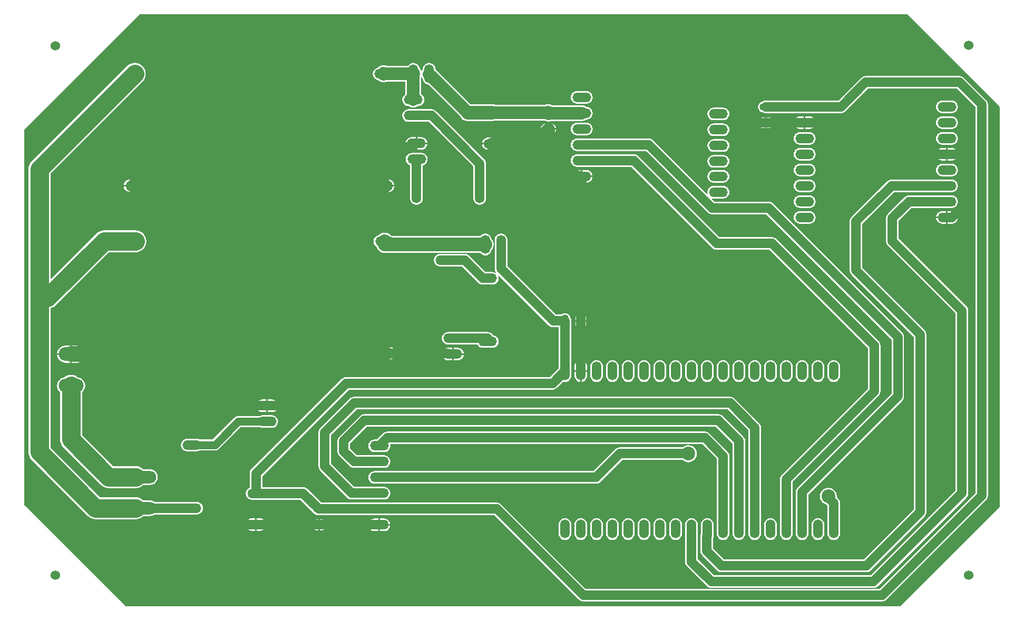
<source format=gbl>
G04*
G04 #@! TF.GenerationSoftware,Altium Limited,Altium Designer,19.0.10 (269)*
G04*
G04 Layer_Physical_Order=2*
G04 Layer_Color=16711680*
%FSLAX25Y25*%
%MOIN*%
G70*
G01*
G75*
%ADD29C,0.05906*%
%ADD30C,0.06000*%
%ADD31O,0.05906X0.11811*%
%ADD32O,0.11811X0.05906*%
%ADD33O,0.15748X0.08661*%
%ADD34O,0.04724X0.07874*%
%ADD35O,0.11024X0.05906*%
%ADD36O,0.07874X0.04724*%
%ADD37O,0.25591X0.07874*%
%ADD38O,0.11811X0.05906*%
%ADD39C,0.08661*%
%ADD40C,0.11811*%
%ADD41C,0.09843*%
%ADD42C,0.03937*%
%ADD43C,0.07874*%
%ADD44C,0.08661*%
%ADD45C,0.05000*%
G36*
X617000Y316000D02*
Y312842D01*
Y63000D01*
X554000Y0D01*
X64499Y-0D01*
X64000Y0D01*
X63998Y2D01*
X500Y63500D01*
X0D01*
Y301500D01*
X73000Y374500D01*
X558500D01*
X617000Y316000D01*
D02*
G37*
%LPC*%
G36*
X256000Y343906D02*
X254968Y343770D01*
X254007Y343372D01*
X253181Y342738D01*
X252547Y341913D01*
X252149Y340951D01*
X252013Y339919D01*
Y339684D01*
X251688Y339260D01*
X251524Y338866D01*
X250983D01*
X250656Y339655D01*
X249890Y340653D01*
X249851Y340951D01*
X249453Y341913D01*
X248819Y342738D01*
X247993Y343372D01*
X247032Y343770D01*
X246000Y343906D01*
X244968Y343770D01*
X244007Y343372D01*
X243181Y342738D01*
X242560Y341929D01*
X229165D01*
X228648Y342143D01*
X227257Y342326D01*
X225865Y342143D01*
X224569Y341606D01*
X223547Y340823D01*
X223255Y340784D01*
X222294Y340386D01*
X221468Y339752D01*
X220835Y338927D01*
X220436Y337965D01*
X220301Y336933D01*
X220436Y335901D01*
X220835Y334940D01*
X221468Y334114D01*
X222294Y333480D01*
X223255Y333082D01*
X223553Y333043D01*
X224552Y332277D01*
X225849Y331740D01*
X227240Y331556D01*
X228632Y331740D01*
X229188Y331970D01*
X241020D01*
Y323927D01*
X240228Y323319D01*
X239595Y322493D01*
X239196Y321532D01*
X239060Y320500D01*
X239196Y319468D01*
X239595Y318507D01*
X240228Y317681D01*
X241054Y317047D01*
X242015Y316649D01*
X243047Y316513D01*
X243086D01*
X243510Y316188D01*
X244711Y315690D01*
X246000Y315520D01*
X247289Y315690D01*
X248490Y316188D01*
X248914Y316513D01*
X248953D01*
X249985Y316649D01*
X250946Y317047D01*
X251772Y317681D01*
X252406Y318507D01*
X252804Y319468D01*
X252940Y320500D01*
X252804Y321532D01*
X252406Y322493D01*
X251772Y323319D01*
X250980Y323927D01*
Y334682D01*
X251480Y334782D01*
X251688Y334280D01*
X252038Y333823D01*
X252149Y332982D01*
X252547Y332020D01*
X253181Y331195D01*
X254007Y330561D01*
X254968Y330163D01*
X255655Y330072D01*
X275557Y310171D01*
X275771Y309654D01*
X276625Y308541D01*
X277739Y307686D01*
X279036Y307149D01*
X280427Y306966D01*
X296000D01*
X297392Y307149D01*
X297908Y307363D01*
X328786D01*
X328812Y307344D01*
X330108Y306806D01*
X331500Y306623D01*
X332892Y306806D01*
X333408Y307020D01*
X352500D01*
X353789Y307190D01*
X354990Y307687D01*
X355414Y308013D01*
X355453D01*
X356485Y308149D01*
X357446Y308547D01*
X358272Y309181D01*
X358906Y310007D01*
X359304Y310968D01*
X359440Y312000D01*
X359304Y313032D01*
X358906Y313993D01*
X358272Y314819D01*
X357446Y315453D01*
X356485Y315851D01*
X355453Y315987D01*
X355414D01*
X354990Y316313D01*
X353789Y316810D01*
X352500Y316980D01*
X333871D01*
X333846Y316999D01*
X332549Y317536D01*
X331157Y317719D01*
X329766Y317536D01*
X329250Y317322D01*
X297908D01*
X297392Y317536D01*
X296000Y317719D01*
X282093D01*
X259987Y339825D01*
Y339919D01*
X259851Y340951D01*
X259453Y341913D01*
X258819Y342738D01*
X257993Y343372D01*
X257032Y343770D01*
X256000Y343906D01*
D02*
G37*
G36*
X591500Y335487D02*
X591500Y335487D01*
X532000D01*
X532000Y335487D01*
X530968Y335351D01*
X530007Y334953D01*
X529181Y334319D01*
X514849Y319987D01*
X469000D01*
X467968Y319851D01*
X467007Y319453D01*
X466823Y319312D01*
X466547Y319276D01*
X465730Y318937D01*
X465027Y318398D01*
X464488Y317696D01*
X464150Y316878D01*
X464034Y316000D01*
X464150Y315122D01*
X464488Y314304D01*
X465027Y313602D01*
X465730Y313063D01*
X466547Y312724D01*
X466823Y312688D01*
X467007Y312547D01*
X467968Y312149D01*
X469000Y312013D01*
X516500D01*
X516500Y312013D01*
X517532Y312149D01*
X518493Y312547D01*
X519319Y313181D01*
X533651Y327513D01*
X589849D01*
X601513Y315849D01*
X601513Y71651D01*
X540849Y10987D01*
X355069D01*
X301736Y64319D01*
X300911Y64953D01*
X299949Y65351D01*
X298917Y65487D01*
X298917Y65487D01*
X187758D01*
X179083Y74162D01*
X178257Y74795D01*
X177296Y75194D01*
X176264Y75329D01*
X176264Y75329D01*
X150487D01*
Y82349D01*
X205151Y137013D01*
X334075D01*
X334075Y137013D01*
X335107Y137149D01*
X336068Y137547D01*
X336894Y138181D01*
X340791Y142078D01*
X340885Y142039D01*
X341917Y141903D01*
X342949Y142039D01*
X343911Y142437D01*
X344737Y143071D01*
X345370Y143896D01*
X345768Y144858D01*
X345904Y145890D01*
Y148842D01*
X345904Y148843D01*
X345904Y148843D01*
Y151795D01*
Y180500D01*
X345768Y181532D01*
X345370Y182493D01*
X345229Y182677D01*
X345193Y182952D01*
X344854Y183770D01*
X344315Y184473D01*
X343613Y185012D01*
X342795Y185351D01*
X341917Y185466D01*
X341040Y185351D01*
X340222Y185012D01*
X339538Y184487D01*
X336151D01*
X305487Y215151D01*
Y228933D01*
Y231886D01*
X305351Y232918D01*
X304953Y233879D01*
X304319Y234705D01*
X303493Y235338D01*
X302532Y235737D01*
X301500Y235873D01*
X300468Y235737D01*
X299507Y235338D01*
X298681Y234705D01*
X298047Y233879D01*
X297649Y232918D01*
X297513Y231886D01*
Y228933D01*
Y225980D01*
Y213500D01*
X297513Y213500D01*
X297649Y212468D01*
X298047Y211507D01*
X298109Y211427D01*
X297794Y211016D01*
X296985Y211351D01*
X295953Y211487D01*
X291699D01*
X281366Y221819D01*
X280541Y222453D01*
X279579Y222851D01*
X278547Y222987D01*
X278547Y222987D01*
X263047D01*
X262015Y222851D01*
X261054Y222453D01*
X260228Y221819D01*
X259594Y220993D01*
X259196Y220032D01*
X259060Y219000D01*
X259196Y217968D01*
X259594Y217007D01*
X260228Y216181D01*
X261054Y215547D01*
X262015Y215149D01*
X263047Y215013D01*
X276896D01*
X287228Y204681D01*
X287228Y204681D01*
X288054Y204047D01*
X289015Y203649D01*
X290047Y203513D01*
X290047Y203513D01*
X295953D01*
X296985Y203649D01*
X297946Y204047D01*
X298772Y204681D01*
X299406Y205507D01*
X299804Y206468D01*
X299940Y207500D01*
X299804Y208532D01*
X299578Y209076D01*
X300002Y209360D01*
X331681Y177681D01*
X331681Y177681D01*
X332507Y177047D01*
X333468Y176649D01*
X334500Y176513D01*
X334500Y176513D01*
X337930D01*
Y151795D01*
Y150494D01*
X332423Y144987D01*
X203500D01*
X202468Y144851D01*
X201507Y144453D01*
X200681Y143819D01*
X200681Y143819D01*
X143681Y86819D01*
X143047Y85993D01*
X142649Y85032D01*
X142513Y84000D01*
X142513Y84000D01*
Y75029D01*
X141947Y74795D01*
X141122Y74162D01*
X140488Y73336D01*
X140090Y72374D01*
X139954Y71342D01*
X140090Y70311D01*
X140488Y69349D01*
X141122Y68523D01*
X141947Y67890D01*
X142909Y67492D01*
X143941Y67356D01*
X174612D01*
X181864Y60104D01*
X181988Y59804D01*
X182527Y59102D01*
X183230Y58563D01*
X183688Y58373D01*
X184113Y58047D01*
X185074Y57649D01*
X186106Y57513D01*
X186106Y57513D01*
X297266D01*
X350598Y4181D01*
X351424Y3547D01*
X352385Y3149D01*
X353417Y3013D01*
X353417Y3013D01*
X542500D01*
X542500Y3013D01*
X543532Y3149D01*
X544493Y3547D01*
X545319Y4181D01*
X608319Y67181D01*
X608319Y67181D01*
X608953Y68007D01*
X609351Y68968D01*
X609487Y70000D01*
X609487Y70000D01*
X609487Y317500D01*
X609487Y317500D01*
X609351Y318532D01*
X608953Y319493D01*
X608319Y320319D01*
X594319Y334319D01*
X593493Y334953D01*
X592532Y335351D01*
X592412Y335367D01*
X591500Y335487D01*
D02*
G37*
G36*
X355453Y325987D02*
X349547D01*
X348515Y325851D01*
X347554Y325453D01*
X346728Y324819D01*
X346094Y323993D01*
X345696Y323032D01*
X345560Y322000D01*
X345696Y320968D01*
X346094Y320007D01*
X346728Y319181D01*
X347554Y318547D01*
X348515Y318149D01*
X349547Y318013D01*
X355453D01*
X356485Y318149D01*
X357446Y318547D01*
X358272Y319181D01*
X358906Y320007D01*
X359304Y320968D01*
X359440Y322000D01*
X359304Y323032D01*
X358906Y323993D01*
X358272Y324819D01*
X357446Y325453D01*
X356485Y325851D01*
X355453Y325987D01*
D02*
G37*
G36*
X586453Y319987D02*
X580547D01*
X579515Y319851D01*
X578554Y319453D01*
X577728Y318819D01*
X577095Y317993D01*
X576696Y317032D01*
X576560Y316000D01*
X576696Y314968D01*
X577095Y314007D01*
X577728Y313181D01*
X578554Y312547D01*
X579515Y312149D01*
X580547Y312013D01*
X586453D01*
X587485Y312149D01*
X588446Y312547D01*
X589272Y313181D01*
X589906Y314007D01*
X590304Y314968D01*
X590440Y316000D01*
X590304Y317032D01*
X589906Y317993D01*
X589272Y318819D01*
X588446Y319453D01*
X587485Y319851D01*
X586453Y319987D01*
D02*
G37*
G36*
X441949Y315514D02*
X436043D01*
X435011Y315379D01*
X434050Y314980D01*
X433224Y314347D01*
X432591Y313521D01*
X432192Y312559D01*
X432056Y311528D01*
X432192Y310496D01*
X432591Y309534D01*
X433224Y308708D01*
X434050Y308075D01*
X435011Y307677D01*
X436043Y307541D01*
X441949D01*
X442981Y307677D01*
X443942Y308075D01*
X444768Y308708D01*
X445401Y309534D01*
X445800Y310496D01*
X445936Y311528D01*
X445800Y312559D01*
X445401Y313521D01*
X444768Y314347D01*
X443942Y314980D01*
X442981Y315379D01*
X441949Y315514D01*
D02*
G37*
G36*
X496453Y309987D02*
X494000D01*
Y306500D01*
X500374D01*
X500304Y307032D01*
X499905Y307993D01*
X499272Y308819D01*
X498446Y309453D01*
X497485Y309851D01*
X496453Y309987D01*
D02*
G37*
G36*
X470575Y309391D02*
X469500D01*
Y306500D01*
X473900D01*
X473850Y306878D01*
X473512Y307696D01*
X472973Y308398D01*
X472270Y308937D01*
X471453Y309276D01*
X470575Y309391D01*
D02*
G37*
G36*
X468500D02*
X467425D01*
X466547Y309276D01*
X465730Y308937D01*
X465027Y308398D01*
X464488Y307696D01*
X464150Y306878D01*
X464100Y306500D01*
X468500D01*
Y309391D01*
D02*
G37*
G36*
X493000Y309987D02*
X490547D01*
X489515Y309851D01*
X488554Y309453D01*
X487728Y308819D01*
X487094Y307993D01*
X486696Y307032D01*
X486626Y306500D01*
X493000D01*
Y309987D01*
D02*
G37*
G36*
X473900Y305500D02*
X469500D01*
Y302609D01*
X470575D01*
X471453Y302724D01*
X472270Y303063D01*
X472973Y303602D01*
X473512Y304304D01*
X473850Y305122D01*
X473900Y305500D01*
D02*
G37*
G36*
X468500D02*
X464100D01*
X464150Y305122D01*
X464488Y304304D01*
X465027Y303602D01*
X465730Y303063D01*
X466547Y302724D01*
X467425Y302609D01*
X468500D01*
Y305500D01*
D02*
G37*
G36*
X333075Y305391D02*
X332000D01*
Y302500D01*
X336400D01*
X336350Y302878D01*
X336012Y303696D01*
X335473Y304398D01*
X334770Y304937D01*
X333952Y305276D01*
X333075Y305391D01*
D02*
G37*
G36*
X331000D02*
X329925D01*
X329047Y305276D01*
X328230Y304937D01*
X327527Y304398D01*
X326988Y303696D01*
X326649Y302878D01*
X326600Y302500D01*
X331000D01*
Y305391D01*
D02*
G37*
G36*
X586453Y309987D02*
X580547D01*
X579515Y309851D01*
X578554Y309453D01*
X577728Y308819D01*
X577095Y307993D01*
X576696Y307032D01*
X576560Y306000D01*
X576696Y304968D01*
X577095Y304007D01*
X577728Y303181D01*
X578554Y302547D01*
X579515Y302149D01*
X580547Y302013D01*
X586453D01*
X587485Y302149D01*
X588446Y302547D01*
X589272Y303181D01*
X589906Y304007D01*
X590304Y304968D01*
X590440Y306000D01*
X590304Y307032D01*
X589906Y307993D01*
X589272Y308819D01*
X588446Y309453D01*
X587485Y309851D01*
X586453Y309987D01*
D02*
G37*
G36*
X500374Y305500D02*
X494000D01*
Y302013D01*
X496453D01*
X497485Y302149D01*
X498446Y302547D01*
X499272Y303181D01*
X499905Y304007D01*
X500304Y304968D01*
X500374Y305500D01*
D02*
G37*
G36*
X493000D02*
X486626D01*
X486696Y304968D01*
X487094Y304007D01*
X487728Y303181D01*
X488554Y302547D01*
X489515Y302149D01*
X490547Y302013D01*
X493000D01*
Y305500D01*
D02*
G37*
G36*
X336400Y301500D02*
X332000D01*
Y298609D01*
X333075D01*
X333952Y298724D01*
X334770Y299063D01*
X335473Y299602D01*
X336012Y300304D01*
X336350Y301122D01*
X336400Y301500D01*
D02*
G37*
G36*
X331000D02*
X326600D01*
X326649Y301122D01*
X326988Y300304D01*
X327527Y299602D01*
X328230Y299063D01*
X329047Y298724D01*
X329925Y298609D01*
X331000D01*
Y301500D01*
D02*
G37*
G36*
X355453Y305987D02*
X349547D01*
X348515Y305851D01*
X347554Y305453D01*
X346728Y304819D01*
X346094Y303993D01*
X345696Y303032D01*
X345560Y302000D01*
X345696Y300968D01*
X346094Y300007D01*
X346728Y299181D01*
X347554Y298547D01*
X348515Y298149D01*
X349547Y298013D01*
X355453D01*
X356485Y298149D01*
X357446Y298547D01*
X358272Y299181D01*
X358906Y300007D01*
X359304Y300968D01*
X359440Y302000D01*
X359304Y303032D01*
X358906Y303993D01*
X358272Y304819D01*
X357446Y305453D01*
X356485Y305851D01*
X355453Y305987D01*
D02*
G37*
G36*
X441949Y305514D02*
X436043D01*
X435011Y305379D01*
X434050Y304980D01*
X433224Y304347D01*
X432591Y303521D01*
X432192Y302559D01*
X432056Y301528D01*
X432192Y300496D01*
X432591Y299534D01*
X433224Y298708D01*
X434050Y298075D01*
X435011Y297676D01*
X436043Y297541D01*
X441949D01*
X442981Y297676D01*
X443942Y298075D01*
X444768Y298708D01*
X445401Y299534D01*
X445800Y300496D01*
X445936Y301528D01*
X445800Y302559D01*
X445401Y303521D01*
X444768Y304347D01*
X443942Y304980D01*
X442981Y305379D01*
X441949Y305514D01*
D02*
G37*
G36*
X250953Y296887D02*
X248500D01*
Y293400D01*
X254874D01*
X254804Y293932D01*
X254405Y294893D01*
X253772Y295719D01*
X252946Y296353D01*
X251985Y296751D01*
X250953Y296887D01*
D02*
G37*
G36*
X247500D02*
X245047D01*
X244015Y296751D01*
X243054Y296353D01*
X242228Y295719D01*
X241595Y294893D01*
X241196Y293932D01*
X241126Y293400D01*
X247500D01*
Y296887D01*
D02*
G37*
G36*
X298559Y296644D02*
X296500D01*
Y293158D01*
X302480D01*
X302410Y293689D01*
X302012Y294651D01*
X301378Y295477D01*
X300553Y296110D01*
X299591Y296509D01*
X298559Y296644D01*
D02*
G37*
G36*
X295500D02*
X293441D01*
X292409Y296509D01*
X291447Y296110D01*
X290622Y295477D01*
X289988Y294651D01*
X289590Y293689D01*
X289520Y293158D01*
X295500D01*
Y296644D01*
D02*
G37*
G36*
X586453Y299987D02*
X580547D01*
X579515Y299851D01*
X578554Y299453D01*
X577728Y298819D01*
X577095Y297993D01*
X576696Y297032D01*
X576560Y296000D01*
X576696Y294968D01*
X577095Y294007D01*
X577728Y293181D01*
X578554Y292547D01*
X579515Y292149D01*
X580547Y292013D01*
X586453D01*
X587485Y292149D01*
X588446Y292547D01*
X589272Y293181D01*
X589906Y294007D01*
X590304Y294968D01*
X590440Y296000D01*
X590304Y297032D01*
X589906Y297993D01*
X589272Y298819D01*
X588446Y299453D01*
X587485Y299851D01*
X586453Y299987D01*
D02*
G37*
G36*
X496453D02*
X490547D01*
X489515Y299851D01*
X488554Y299453D01*
X487728Y298819D01*
X487094Y297993D01*
X486696Y297032D01*
X486560Y296000D01*
X486696Y294968D01*
X487094Y294007D01*
X487728Y293181D01*
X488554Y292547D01*
X489515Y292149D01*
X490547Y292013D01*
X496453D01*
X497485Y292149D01*
X498446Y292547D01*
X499272Y293181D01*
X499905Y294007D01*
X500304Y294968D01*
X500440Y296000D01*
X500304Y297032D01*
X499905Y297993D01*
X499272Y298819D01*
X498446Y299453D01*
X497485Y299851D01*
X496453Y299987D01*
D02*
G37*
G36*
X254874Y292400D02*
X248500D01*
Y288913D01*
X250953D01*
X251985Y289049D01*
X252946Y289447D01*
X253772Y290081D01*
X254405Y290907D01*
X254804Y291868D01*
X254874Y292400D01*
D02*
G37*
G36*
X247500D02*
X241126D01*
X241196Y291868D01*
X241595Y290907D01*
X242228Y290081D01*
X243054Y289447D01*
X244015Y289049D01*
X245047Y288913D01*
X247500D01*
Y292400D01*
D02*
G37*
G36*
X302480Y292158D02*
X296500D01*
Y288671D01*
X298559D01*
X299591Y288807D01*
X300553Y289205D01*
X301378Y289838D01*
X302012Y290664D01*
X302410Y291626D01*
X302480Y292158D01*
D02*
G37*
G36*
X295500D02*
X289520D01*
X289590Y291626D01*
X289988Y290664D01*
X290622Y289838D01*
X291447Y289205D01*
X292409Y288807D01*
X293441Y288671D01*
X295500D01*
Y292158D01*
D02*
G37*
G36*
X441949Y295514D02*
X436043D01*
X435011Y295379D01*
X434050Y294980D01*
X433224Y294347D01*
X432591Y293521D01*
X432192Y292559D01*
X432056Y291528D01*
X432192Y290496D01*
X432591Y289534D01*
X433224Y288708D01*
X434050Y288075D01*
X435011Y287677D01*
X436043Y287541D01*
X441949D01*
X442981Y287677D01*
X443942Y288075D01*
X444768Y288708D01*
X445401Y289534D01*
X445800Y290496D01*
X445936Y291528D01*
X445800Y292559D01*
X445401Y293521D01*
X444768Y294347D01*
X443942Y294980D01*
X442981Y295379D01*
X441949Y295514D01*
D02*
G37*
G36*
X586453Y289987D02*
X584000D01*
Y286500D01*
X590374D01*
X590304Y287032D01*
X589906Y287993D01*
X589272Y288819D01*
X588446Y289453D01*
X587485Y289851D01*
X586453Y289987D01*
D02*
G37*
G36*
X583000D02*
X580547D01*
X579515Y289851D01*
X578554Y289453D01*
X577728Y288819D01*
X577095Y287993D01*
X576696Y287032D01*
X576626Y286500D01*
X583000D01*
Y289987D01*
D02*
G37*
G36*
X590374Y285500D02*
X584000D01*
Y282013D01*
X586453D01*
X587485Y282149D01*
X588446Y282547D01*
X589272Y283181D01*
X589906Y284007D01*
X590304Y284968D01*
X590374Y285500D01*
D02*
G37*
G36*
X583000D02*
X576626D01*
X576696Y284968D01*
X577095Y284007D01*
X577728Y283181D01*
X578554Y282547D01*
X579515Y282149D01*
X580547Y282013D01*
X583000D01*
Y285500D01*
D02*
G37*
G36*
X496453Y289987D02*
X490547D01*
X489515Y289851D01*
X488554Y289453D01*
X487728Y288819D01*
X487094Y287993D01*
X486696Y287032D01*
X486560Y286000D01*
X486696Y284968D01*
X487094Y284007D01*
X487728Y283181D01*
X488554Y282547D01*
X489515Y282149D01*
X490547Y282013D01*
X496453D01*
X497485Y282149D01*
X498446Y282547D01*
X499272Y283181D01*
X499905Y284007D01*
X500304Y284968D01*
X500440Y286000D01*
X500304Y287032D01*
X499905Y287993D01*
X499272Y288819D01*
X498446Y289453D01*
X497485Y289851D01*
X496453Y289987D01*
D02*
G37*
G36*
X441949Y285514D02*
X436043D01*
X435011Y285379D01*
X434050Y284980D01*
X433224Y284347D01*
X432591Y283521D01*
X432192Y282559D01*
X432056Y281528D01*
X432192Y280496D01*
X432591Y279534D01*
X433224Y278708D01*
X434050Y278075D01*
X435011Y277677D01*
X436043Y277541D01*
X441949D01*
X442981Y277677D01*
X443942Y278075D01*
X444768Y278708D01*
X445401Y279534D01*
X445800Y280496D01*
X445936Y281528D01*
X445800Y282559D01*
X445401Y283521D01*
X444768Y284347D01*
X443942Y284980D01*
X442981Y285379D01*
X441949Y285514D01*
D02*
G37*
G36*
X355453Y275987D02*
X353000D01*
Y272500D01*
X359374D01*
X359304Y273032D01*
X358906Y273993D01*
X358272Y274819D01*
X357446Y275453D01*
X356485Y275851D01*
X355453Y275987D01*
D02*
G37*
G36*
X352000D02*
X349547D01*
X348515Y275851D01*
X347554Y275453D01*
X346728Y274819D01*
X346094Y273993D01*
X345696Y273032D01*
X345626Y272500D01*
X352000D01*
Y275987D01*
D02*
G37*
G36*
X586453Y279987D02*
X580547D01*
X579515Y279851D01*
X578554Y279453D01*
X577728Y278819D01*
X577095Y277993D01*
X576696Y277032D01*
X576560Y276000D01*
X576696Y274968D01*
X577095Y274007D01*
X577728Y273181D01*
X578554Y272547D01*
X579515Y272149D01*
X580547Y272013D01*
X586453D01*
X587485Y272149D01*
X588446Y272547D01*
X589272Y273181D01*
X589906Y274007D01*
X590304Y274968D01*
X590440Y276000D01*
X590304Y277032D01*
X589906Y277993D01*
X589272Y278819D01*
X588446Y279453D01*
X587485Y279851D01*
X586453Y279987D01*
D02*
G37*
G36*
X496453D02*
X490547D01*
X489515Y279851D01*
X488554Y279453D01*
X487728Y278819D01*
X487094Y277993D01*
X486696Y277032D01*
X486560Y276000D01*
X486696Y274968D01*
X487094Y274007D01*
X487728Y273181D01*
X488554Y272547D01*
X489515Y272149D01*
X490547Y272013D01*
X496453D01*
X497485Y272149D01*
X498446Y272547D01*
X499272Y273181D01*
X499905Y274007D01*
X500304Y274968D01*
X500440Y276000D01*
X500304Y277032D01*
X499905Y277993D01*
X499272Y278819D01*
X498446Y279453D01*
X497485Y279851D01*
X496453Y279987D01*
D02*
G37*
G36*
X441949Y275987D02*
X436043D01*
X435011Y275851D01*
X434050Y275453D01*
X433224Y274819D01*
X432591Y273993D01*
X432192Y273032D01*
X432056Y272000D01*
X432192Y270968D01*
X432591Y270007D01*
X433224Y269181D01*
X434050Y268547D01*
X435011Y268149D01*
X436043Y268013D01*
X441949D01*
X442981Y268149D01*
X443942Y268547D01*
X444768Y269181D01*
X445401Y270007D01*
X445800Y270968D01*
X445936Y272000D01*
X445800Y273032D01*
X445401Y273993D01*
X444768Y274819D01*
X443942Y275453D01*
X442981Y275851D01*
X441949Y275987D01*
D02*
G37*
G36*
X359374Y271500D02*
X353000D01*
Y268013D01*
X355453D01*
X356485Y268149D01*
X357446Y268547D01*
X358272Y269181D01*
X358906Y270007D01*
X359304Y270968D01*
X359374Y271500D01*
D02*
G37*
G36*
X352000D02*
X345626D01*
X345696Y270968D01*
X346094Y270007D01*
X346728Y269181D01*
X347554Y268547D01*
X348515Y268149D01*
X349547Y268013D01*
X352000D01*
Y271500D01*
D02*
G37*
G36*
X230193Y270054D02*
X227740D01*
Y266567D01*
X234114D01*
X234044Y267099D01*
X233646Y268060D01*
X233012Y268886D01*
X232186Y269520D01*
X231225Y269918D01*
X230193Y270054D01*
D02*
G37*
G36*
X226740D02*
X224287D01*
X223255Y269918D01*
X222294Y269520D01*
X221468Y268886D01*
X220835Y268060D01*
X220436Y267099D01*
X220366Y266567D01*
X226740D01*
Y270054D01*
D02*
G37*
G36*
X72713D02*
X70260D01*
Y266567D01*
X76634D01*
X76564Y267099D01*
X76165Y268060D01*
X75532Y268886D01*
X74706Y269520D01*
X73744Y269918D01*
X72713Y270054D01*
D02*
G37*
G36*
X69260D02*
X66807D01*
X65775Y269918D01*
X64814Y269520D01*
X63988Y268886D01*
X63354Y268060D01*
X62956Y267099D01*
X62886Y266567D01*
X69260D01*
Y270054D01*
D02*
G37*
G36*
X234114Y265567D02*
X227740D01*
Y262080D01*
X230193D01*
X231225Y262216D01*
X232186Y262614D01*
X233012Y263248D01*
X233646Y264073D01*
X234044Y265035D01*
X234114Y265567D01*
D02*
G37*
G36*
X226740D02*
X220366D01*
X220436Y265035D01*
X220835Y264073D01*
X221468Y263248D01*
X222294Y262614D01*
X223255Y262216D01*
X224287Y262080D01*
X226740D01*
Y265567D01*
D02*
G37*
G36*
X76634D02*
X70260D01*
Y262080D01*
X72713D01*
X73744Y262216D01*
X74706Y262614D01*
X75532Y263248D01*
X76165Y264073D01*
X76564Y265035D01*
X76634Y265567D01*
D02*
G37*
G36*
X69260D02*
X62886D01*
X62956Y265035D01*
X63354Y264073D01*
X63988Y263248D01*
X64814Y262614D01*
X65775Y262216D01*
X66807Y262080D01*
X69260D01*
Y265567D01*
D02*
G37*
G36*
X496453Y269987D02*
X490547D01*
X489515Y269851D01*
X488554Y269453D01*
X487728Y268819D01*
X487094Y267993D01*
X486696Y267032D01*
X486560Y266000D01*
X486696Y264968D01*
X487094Y264007D01*
X487728Y263181D01*
X488554Y262547D01*
X489515Y262149D01*
X490547Y262013D01*
X496453D01*
X497485Y262149D01*
X498446Y262547D01*
X499272Y263181D01*
X499905Y264007D01*
X500304Y264968D01*
X500440Y266000D01*
X500304Y267032D01*
X499905Y267993D01*
X499272Y268819D01*
X498446Y269453D01*
X497485Y269851D01*
X496453Y269987D01*
D02*
G37*
G36*
X394908Y295987D02*
X394908Y295987D01*
X349547D01*
X348515Y295851D01*
X347554Y295453D01*
X346728Y294819D01*
X346094Y293993D01*
X345696Y293032D01*
X345560Y292000D01*
X345696Y290968D01*
X346094Y290007D01*
X346728Y289181D01*
X347554Y288547D01*
X348515Y288149D01*
X349547Y288013D01*
X393256D01*
X432089Y249181D01*
X432089Y249181D01*
X432914Y248547D01*
X433876Y248149D01*
X434908Y248013D01*
X469114D01*
X548419Y168709D01*
Y134557D01*
X489098Y75236D01*
X488465Y74411D01*
X488066Y73449D01*
X487930Y72417D01*
X487930Y72417D01*
Y51795D01*
Y48842D01*
Y45890D01*
X488066Y44858D01*
X488465Y43896D01*
X489098Y43071D01*
X489924Y42437D01*
X490885Y42039D01*
X491917Y41903D01*
X492949Y42039D01*
X493911Y42437D01*
X494736Y43071D01*
X495370Y43896D01*
X495768Y44858D01*
X495904Y45890D01*
Y51795D01*
Y70766D01*
X555225Y130086D01*
X555225Y130086D01*
X555858Y130912D01*
X556256Y131874D01*
X556392Y132905D01*
X556392Y132906D01*
Y170360D01*
X556392Y170360D01*
X556256Y171392D01*
X555858Y172354D01*
X555225Y173179D01*
X473585Y254819D01*
X472759Y255453D01*
X471798Y255851D01*
X470766Y255987D01*
X470766Y255987D01*
X436559D01*
X434859Y257687D01*
X434915Y257856D01*
X435118Y258135D01*
X436043Y258013D01*
X441949D01*
X442981Y258149D01*
X443942Y258547D01*
X444768Y259181D01*
X445401Y260007D01*
X445800Y260968D01*
X445936Y262000D01*
X445800Y263032D01*
X445401Y263993D01*
X444768Y264819D01*
X443942Y265453D01*
X442981Y265851D01*
X441949Y265987D01*
X436043D01*
X435011Y265851D01*
X434050Y265453D01*
X433224Y264819D01*
X432591Y263993D01*
X432192Y263032D01*
X432056Y262000D01*
X432178Y261075D01*
X431900Y260872D01*
X431730Y260816D01*
X397727Y294819D01*
X396901Y295453D01*
X395940Y295851D01*
X395820Y295867D01*
X394908Y295987D01*
D02*
G37*
G36*
X257500Y314487D02*
X257500Y314487D01*
X243047D01*
X242015Y314351D01*
X241054Y313953D01*
X240228Y313319D01*
X239595Y312493D01*
X239196Y311532D01*
X239060Y310500D01*
X239196Y309468D01*
X239595Y308507D01*
X240228Y307681D01*
X241054Y307047D01*
X242015Y306649D01*
X243047Y306513D01*
X255849D01*
X284013Y278349D01*
Y263953D01*
Y261000D01*
Y258047D01*
X284149Y257015D01*
X284547Y256054D01*
X285181Y255228D01*
X286007Y254594D01*
X286968Y254196D01*
X288000Y254060D01*
X289032Y254196D01*
X289993Y254594D01*
X290819Y255228D01*
X291453Y256054D01*
X291851Y257015D01*
X291987Y258047D01*
Y263953D01*
Y280000D01*
X291851Y281032D01*
X291453Y281993D01*
X290819Y282819D01*
X290819Y282819D01*
X260319Y313319D01*
X259493Y313953D01*
X258532Y314351D01*
X258412Y314367D01*
X257500Y314487D01*
D02*
G37*
G36*
X251053Y286887D02*
X245147D01*
X244115Y286751D01*
X243154Y286353D01*
X242328Y285719D01*
X241694Y284893D01*
X241296Y283932D01*
X241160Y282900D01*
X241296Y281868D01*
X241694Y280907D01*
X242328Y280081D01*
X243154Y279447D01*
X244013Y279091D01*
Y263953D01*
Y261000D01*
Y258047D01*
X244149Y257015D01*
X244547Y256054D01*
X245181Y255228D01*
X246007Y254594D01*
X246968Y254196D01*
X248000Y254060D01*
X249032Y254196D01*
X249993Y254594D01*
X250819Y255228D01*
X251453Y256054D01*
X251851Y257015D01*
X251987Y258047D01*
Y263953D01*
Y279036D01*
X252085Y279049D01*
X253046Y279447D01*
X253872Y280081D01*
X254505Y280907D01*
X254904Y281868D01*
X255040Y282900D01*
X254904Y283932D01*
X254505Y284893D01*
X253872Y285719D01*
X253046Y286353D01*
X252085Y286751D01*
X251053Y286887D01*
D02*
G37*
G36*
X496453Y259987D02*
X490547D01*
X489515Y259851D01*
X488554Y259453D01*
X487728Y258819D01*
X487094Y257993D01*
X486696Y257032D01*
X486560Y256000D01*
X486696Y254968D01*
X487094Y254007D01*
X487728Y253181D01*
X488554Y252547D01*
X489515Y252149D01*
X490547Y252013D01*
X496453D01*
X497485Y252149D01*
X498446Y252547D01*
X499272Y253181D01*
X499905Y254007D01*
X500304Y254968D01*
X500440Y256000D01*
X500304Y257032D01*
X499905Y257993D01*
X499272Y258819D01*
X498446Y259453D01*
X497485Y259851D01*
X496453Y259987D01*
D02*
G37*
G36*
X586453Y249987D02*
X584000D01*
Y246500D01*
X590374D01*
X590304Y247032D01*
X589906Y247993D01*
X589272Y248819D01*
X588446Y249453D01*
X587485Y249851D01*
X586453Y249987D01*
D02*
G37*
G36*
X583000D02*
X580547D01*
X579515Y249851D01*
X578554Y249453D01*
X577728Y248819D01*
X577095Y247993D01*
X576696Y247032D01*
X576626Y246500D01*
X583000D01*
Y249987D01*
D02*
G37*
G36*
X590374Y245500D02*
X584000D01*
Y242013D01*
X586453D01*
X587485Y242149D01*
X588446Y242547D01*
X589272Y243181D01*
X589906Y244007D01*
X590304Y244968D01*
X590374Y245500D01*
D02*
G37*
G36*
X583000D02*
X576626D01*
X576696Y244968D01*
X577095Y244007D01*
X577728Y243181D01*
X578554Y242547D01*
X579515Y242149D01*
X580547Y242013D01*
X583000D01*
Y245500D01*
D02*
G37*
G36*
X496453Y249987D02*
X490547D01*
X489515Y249851D01*
X488554Y249453D01*
X487728Y248819D01*
X487094Y247993D01*
X486696Y247032D01*
X486560Y246000D01*
X486696Y244968D01*
X487094Y244007D01*
X487728Y243181D01*
X488554Y242547D01*
X489515Y242149D01*
X490547Y242013D01*
X496453D01*
X497485Y242149D01*
X498446Y242547D01*
X499272Y243181D01*
X499905Y244007D01*
X500304Y244968D01*
X500440Y246000D01*
X500304Y247032D01*
X499905Y247993D01*
X499272Y248819D01*
X498446Y249453D01*
X497485Y249851D01*
X496453Y249987D01*
D02*
G37*
G36*
X227774Y236343D02*
X226382Y236160D01*
X225085Y235623D01*
X224041Y234822D01*
X223756Y234784D01*
X222794Y234386D01*
X221968Y233752D01*
X221335Y232927D01*
X220936Y231965D01*
X220800Y230933D01*
X220936Y229901D01*
X221335Y228940D01*
X221968Y228114D01*
X222570Y227652D01*
X222580Y227575D01*
X223117Y226278D01*
X223972Y225165D01*
X225085Y224310D01*
X226382Y223773D01*
X227774Y223590D01*
X265967D01*
X266000Y223594D01*
X266034Y223590D01*
X288352D01*
X288681Y223161D01*
X289507Y222528D01*
X290468Y222129D01*
X291500Y221993D01*
X292532Y222129D01*
X293493Y222528D01*
X294319Y223161D01*
X294953Y223987D01*
X295351Y224948D01*
X295390Y225246D01*
X296156Y226245D01*
X296693Y227541D01*
X296877Y228933D01*
X296693Y230325D01*
X296156Y231621D01*
X295390Y232620D01*
X295351Y232918D01*
X294953Y233879D01*
X294319Y234705D01*
X293493Y235338D01*
X292532Y235737D01*
X291500Y235873D01*
X290468Y235737D01*
X289507Y235338D01*
X288681Y234705D01*
X288403Y234343D01*
X266254D01*
X266000Y234377D01*
X265746Y234343D01*
X232742D01*
X232686Y234386D01*
X231725Y234784D01*
X231520Y234811D01*
X230462Y235623D01*
X229165Y236160D01*
X227774Y236343D01*
D02*
G37*
G36*
X352417Y185400D02*
Y181000D01*
X355309D01*
Y182075D01*
X355193Y182952D01*
X354854Y183770D01*
X354315Y184473D01*
X353613Y185012D01*
X352795Y185351D01*
X352417Y185400D01*
D02*
G37*
G36*
X351417D02*
X351040Y185351D01*
X350222Y185012D01*
X349519Y184473D01*
X348980Y183770D01*
X348642Y182952D01*
X348526Y182075D01*
Y181000D01*
X351417D01*
Y185400D01*
D02*
G37*
G36*
X355309Y180000D02*
X352417D01*
Y175600D01*
X352795Y175649D01*
X353613Y175988D01*
X354315Y176527D01*
X354854Y177230D01*
X355193Y178048D01*
X355309Y178925D01*
Y180000D01*
D02*
G37*
G36*
X351417D02*
X348526D01*
Y178925D01*
X348642Y178048D01*
X348980Y177230D01*
X349519Y176527D01*
X350222Y175988D01*
X351040Y175649D01*
X351417Y175600D01*
Y180000D01*
D02*
G37*
G36*
X273853Y173587D02*
X273853Y173587D01*
X267947D01*
X266915Y173451D01*
X265954Y173053D01*
X265128Y172419D01*
X264494Y171593D01*
X264096Y170632D01*
X263960Y169600D01*
X264096Y168568D01*
X264494Y167607D01*
X265128Y166781D01*
X265954Y166147D01*
X266915Y165749D01*
X267947Y165613D01*
X273193D01*
X273953Y165513D01*
X273953Y165513D01*
X286592D01*
X286595Y165507D01*
X287228Y164681D01*
X288054Y164047D01*
X289015Y163649D01*
X290047Y163513D01*
X295953D01*
X296985Y163649D01*
X297946Y164047D01*
X298772Y164681D01*
X299406Y165507D01*
X299804Y166468D01*
X299940Y167500D01*
X299804Y168532D01*
X299406Y169493D01*
X298772Y170319D01*
X297946Y170953D01*
X296985Y171351D01*
X296484Y171417D01*
X296453Y171493D01*
X295819Y172319D01*
X294993Y172953D01*
X294032Y173351D01*
X293000Y173487D01*
X274612D01*
X273853Y173587D01*
D02*
G37*
G36*
X230693Y164054D02*
X228240D01*
Y160567D01*
X234614D01*
X234544Y161099D01*
X234146Y162060D01*
X233512Y162886D01*
X232686Y163520D01*
X231725Y163918D01*
X230693Y164054D01*
D02*
G37*
G36*
X227240D02*
X224787D01*
X223756Y163918D01*
X222794Y163520D01*
X221968Y162886D01*
X221335Y162060D01*
X220936Y161099D01*
X220866Y160567D01*
X227240D01*
Y164054D01*
D02*
G37*
G36*
X73213D02*
X70760D01*
Y160567D01*
X77134D01*
X77064Y161099D01*
X76665Y162060D01*
X76032Y162886D01*
X75206Y163520D01*
X74244Y163918D01*
X73213Y164054D01*
D02*
G37*
G36*
X69760D02*
X67307D01*
X66275Y163918D01*
X65314Y163520D01*
X64488Y162886D01*
X63854Y162060D01*
X63456Y161099D01*
X63386Y160567D01*
X69760D01*
Y164054D01*
D02*
G37*
G36*
X273953Y163587D02*
X271500D01*
Y160100D01*
X277874D01*
X277804Y160632D01*
X277406Y161593D01*
X276772Y162419D01*
X275946Y163053D01*
X274985Y163451D01*
X273953Y163587D01*
D02*
G37*
G36*
X270500D02*
X268047D01*
X267015Y163451D01*
X266054Y163053D01*
X265228Y162419D01*
X264595Y161593D01*
X264196Y160632D01*
X264126Y160100D01*
X270500D01*
Y163587D01*
D02*
G37*
G36*
X33043Y164877D02*
X30000D01*
Y160000D01*
X38354D01*
X38237Y160892D01*
X37700Y162188D01*
X36845Y163302D01*
X35732Y164156D01*
X34435Y164693D01*
X33043Y164877D01*
D02*
G37*
G36*
X29000D02*
X25957D01*
X24565Y164693D01*
X23268Y164156D01*
X22155Y163302D01*
X21300Y162188D01*
X20763Y160892D01*
X20646Y160000D01*
X29000D01*
Y164877D01*
D02*
G37*
G36*
X234614Y159567D02*
X228240D01*
Y156080D01*
X230693D01*
X231725Y156216D01*
X232686Y156614D01*
X233512Y157248D01*
X234146Y158073D01*
X234544Y159035D01*
X234614Y159567D01*
D02*
G37*
G36*
X227240D02*
X220866D01*
X220936Y159035D01*
X221335Y158073D01*
X221968Y157248D01*
X222794Y156614D01*
X223756Y156216D01*
X224787Y156080D01*
X227240D01*
Y159567D01*
D02*
G37*
G36*
X77134D02*
X70760D01*
Y156080D01*
X73213D01*
X74244Y156216D01*
X75206Y156614D01*
X76032Y157248D01*
X76665Y158073D01*
X77064Y159035D01*
X77134Y159567D01*
D02*
G37*
G36*
X69760D02*
X63386D01*
X63456Y159035D01*
X63854Y158073D01*
X64488Y157248D01*
X65314Y156614D01*
X66275Y156216D01*
X67307Y156080D01*
X69760D01*
Y159567D01*
D02*
G37*
G36*
X277874Y159100D02*
X271500D01*
Y155613D01*
X273953D01*
X274985Y155749D01*
X275946Y156147D01*
X276772Y156781D01*
X277406Y157607D01*
X277804Y158568D01*
X277874Y159100D01*
D02*
G37*
G36*
X270500D02*
X264126D01*
X264196Y158568D01*
X264595Y157607D01*
X265228Y156781D01*
X266054Y156147D01*
X267015Y155749D01*
X268047Y155613D01*
X270500D01*
Y159100D01*
D02*
G37*
G36*
X38354Y159000D02*
X30000D01*
Y154123D01*
X33043D01*
X34435Y154306D01*
X35732Y154844D01*
X36845Y155698D01*
X37700Y156812D01*
X38237Y158108D01*
X38354Y159000D01*
D02*
G37*
G36*
X29000D02*
X20646D01*
X20763Y158108D01*
X21300Y156812D01*
X22155Y155698D01*
X23268Y154844D01*
X24565Y154306D01*
X25957Y154123D01*
X29000D01*
Y159000D01*
D02*
G37*
G36*
X352417Y155716D02*
Y149343D01*
X355904D01*
Y151795D01*
X355768Y152827D01*
X355370Y153789D01*
X354736Y154614D01*
X353911Y155248D01*
X352949Y155646D01*
X352417Y155716D01*
D02*
G37*
G36*
X351417D02*
X350885Y155646D01*
X349924Y155248D01*
X349098Y154614D01*
X348465Y153789D01*
X348066Y152827D01*
X347931Y151795D01*
Y149343D01*
X351417D01*
Y155716D01*
D02*
G37*
G36*
X355904Y148343D02*
X352417D01*
Y141969D01*
X352949Y142039D01*
X353911Y142437D01*
X354736Y143071D01*
X355370Y143896D01*
X355768Y144858D01*
X355904Y145890D01*
Y148343D01*
D02*
G37*
G36*
X351417D02*
X347931D01*
Y145890D01*
X348066Y144858D01*
X348465Y143896D01*
X349098Y143071D01*
X349924Y142437D01*
X350885Y142039D01*
X351417Y141969D01*
Y148343D01*
D02*
G37*
G36*
X511917Y155782D02*
X510885Y155646D01*
X509924Y155248D01*
X509098Y154614D01*
X508465Y153789D01*
X508066Y152827D01*
X507931Y151795D01*
Y145890D01*
X508066Y144858D01*
X508465Y143896D01*
X509098Y143071D01*
X509924Y142437D01*
X510885Y142039D01*
X511917Y141903D01*
X512949Y142039D01*
X513911Y142437D01*
X514737Y143071D01*
X515370Y143896D01*
X515768Y144858D01*
X515904Y145890D01*
Y151795D01*
X515768Y152827D01*
X515370Y153789D01*
X514737Y154614D01*
X513911Y155248D01*
X512949Y155646D01*
X511917Y155782D01*
D02*
G37*
G36*
X501917D02*
X500885Y155646D01*
X499924Y155248D01*
X499098Y154614D01*
X498465Y153789D01*
X498066Y152827D01*
X497930Y151795D01*
Y145890D01*
X498066Y144858D01*
X498465Y143896D01*
X499098Y143071D01*
X499924Y142437D01*
X500885Y142039D01*
X501917Y141903D01*
X502949Y142039D01*
X503911Y142437D01*
X504737Y143071D01*
X505370Y143896D01*
X505768Y144858D01*
X505904Y145890D01*
Y151795D01*
X505768Y152827D01*
X505370Y153789D01*
X504737Y154614D01*
X503911Y155248D01*
X502949Y155646D01*
X501917Y155782D01*
D02*
G37*
G36*
X491917D02*
X490885Y155646D01*
X489924Y155248D01*
X489098Y154614D01*
X488465Y153789D01*
X488066Y152827D01*
X487930Y151795D01*
Y145890D01*
X488066Y144858D01*
X488465Y143896D01*
X489098Y143071D01*
X489924Y142437D01*
X490885Y142039D01*
X491917Y141903D01*
X492949Y142039D01*
X493911Y142437D01*
X494736Y143071D01*
X495370Y143896D01*
X495768Y144858D01*
X495904Y145890D01*
Y151795D01*
X495768Y152827D01*
X495370Y153789D01*
X494736Y154614D01*
X493911Y155248D01*
X492949Y155646D01*
X491917Y155782D01*
D02*
G37*
G36*
X481917D02*
X480885Y155646D01*
X479924Y155248D01*
X479098Y154614D01*
X478465Y153789D01*
X478066Y152827D01*
X477930Y151795D01*
Y145890D01*
X478066Y144858D01*
X478465Y143896D01*
X479098Y143071D01*
X479924Y142437D01*
X480885Y142039D01*
X481917Y141903D01*
X482949Y142039D01*
X483911Y142437D01*
X484736Y143071D01*
X485370Y143896D01*
X485768Y144858D01*
X485904Y145890D01*
Y151795D01*
X485768Y152827D01*
X485370Y153789D01*
X484736Y154614D01*
X483911Y155248D01*
X482949Y155646D01*
X481917Y155782D01*
D02*
G37*
G36*
X471917D02*
X470885Y155646D01*
X469924Y155248D01*
X469098Y154614D01*
X468465Y153789D01*
X468066Y152827D01*
X467931Y151795D01*
Y145890D01*
X468066Y144858D01*
X468465Y143896D01*
X469098Y143071D01*
X469924Y142437D01*
X470885Y142039D01*
X471917Y141903D01*
X472949Y142039D01*
X473911Y142437D01*
X474736Y143071D01*
X475370Y143896D01*
X475768Y144858D01*
X475904Y145890D01*
Y151795D01*
X475768Y152827D01*
X475370Y153789D01*
X474736Y154614D01*
X473911Y155248D01*
X472949Y155646D01*
X471917Y155782D01*
D02*
G37*
G36*
X461917D02*
X460885Y155646D01*
X459924Y155248D01*
X459098Y154614D01*
X458465Y153789D01*
X458066Y152827D01*
X457931Y151795D01*
Y145890D01*
X458066Y144858D01*
X458465Y143896D01*
X459098Y143071D01*
X459924Y142437D01*
X460885Y142039D01*
X461917Y141903D01*
X462949Y142039D01*
X463911Y142437D01*
X464737Y143071D01*
X465370Y143896D01*
X465768Y144858D01*
X465904Y145890D01*
Y151795D01*
X465768Y152827D01*
X465370Y153789D01*
X464737Y154614D01*
X463911Y155248D01*
X462949Y155646D01*
X461917Y155782D01*
D02*
G37*
G36*
X451917D02*
X450885Y155646D01*
X449924Y155248D01*
X449098Y154614D01*
X448465Y153789D01*
X448066Y152827D01*
X447930Y151795D01*
Y145890D01*
X448066Y144858D01*
X448465Y143896D01*
X449098Y143071D01*
X449924Y142437D01*
X450885Y142039D01*
X451917Y141903D01*
X452949Y142039D01*
X453911Y142437D01*
X454737Y143071D01*
X455370Y143896D01*
X455768Y144858D01*
X455904Y145890D01*
Y151795D01*
X455768Y152827D01*
X455370Y153789D01*
X454737Y154614D01*
X453911Y155248D01*
X452949Y155646D01*
X451917Y155782D01*
D02*
G37*
G36*
X441917D02*
X440885Y155646D01*
X439924Y155248D01*
X439098Y154614D01*
X438465Y153789D01*
X438066Y152827D01*
X437930Y151795D01*
Y145890D01*
X438066Y144858D01*
X438465Y143896D01*
X439098Y143071D01*
X439924Y142437D01*
X440885Y142039D01*
X441917Y141903D01*
X442949Y142039D01*
X443911Y142437D01*
X444736Y143071D01*
X445370Y143896D01*
X445768Y144858D01*
X445904Y145890D01*
Y151795D01*
X445768Y152827D01*
X445370Y153789D01*
X444736Y154614D01*
X443911Y155248D01*
X442949Y155646D01*
X441917Y155782D01*
D02*
G37*
G36*
X431917D02*
X430885Y155646D01*
X429924Y155248D01*
X429098Y154614D01*
X428465Y153789D01*
X428066Y152827D01*
X427930Y151795D01*
Y145890D01*
X428066Y144858D01*
X428465Y143896D01*
X429098Y143071D01*
X429924Y142437D01*
X430885Y142039D01*
X431917Y141903D01*
X432949Y142039D01*
X433911Y142437D01*
X434736Y143071D01*
X435370Y143896D01*
X435768Y144858D01*
X435904Y145890D01*
Y151795D01*
X435768Y152827D01*
X435370Y153789D01*
X434736Y154614D01*
X433911Y155248D01*
X432949Y155646D01*
X431917Y155782D01*
D02*
G37*
G36*
X421917D02*
X420885Y155646D01*
X419924Y155248D01*
X419098Y154614D01*
X418465Y153789D01*
X418066Y152827D01*
X417931Y151795D01*
Y145890D01*
X418066Y144858D01*
X418465Y143896D01*
X419098Y143071D01*
X419924Y142437D01*
X420885Y142039D01*
X421917Y141903D01*
X422949Y142039D01*
X423911Y142437D01*
X424736Y143071D01*
X425370Y143896D01*
X425768Y144858D01*
X425904Y145890D01*
Y151795D01*
X425768Y152827D01*
X425370Y153789D01*
X424736Y154614D01*
X423911Y155248D01*
X422949Y155646D01*
X421917Y155782D01*
D02*
G37*
G36*
X411917D02*
X410885Y155646D01*
X409924Y155248D01*
X409098Y154614D01*
X408465Y153789D01*
X408066Y152827D01*
X407931Y151795D01*
Y145890D01*
X408066Y144858D01*
X408465Y143896D01*
X409098Y143071D01*
X409924Y142437D01*
X410885Y142039D01*
X411917Y141903D01*
X412949Y142039D01*
X413911Y142437D01*
X414737Y143071D01*
X415370Y143896D01*
X415768Y144858D01*
X415904Y145890D01*
Y151795D01*
X415768Y152827D01*
X415370Y153789D01*
X414737Y154614D01*
X413911Y155248D01*
X412949Y155646D01*
X411917Y155782D01*
D02*
G37*
G36*
X401917D02*
X400885Y155646D01*
X399924Y155248D01*
X399098Y154614D01*
X398465Y153789D01*
X398066Y152827D01*
X397931Y151795D01*
Y145890D01*
X398066Y144858D01*
X398465Y143896D01*
X399098Y143071D01*
X399924Y142437D01*
X400885Y142039D01*
X401917Y141903D01*
X402949Y142039D01*
X403911Y142437D01*
X404737Y143071D01*
X405370Y143896D01*
X405768Y144858D01*
X405904Y145890D01*
Y151795D01*
X405768Y152827D01*
X405370Y153789D01*
X404737Y154614D01*
X403911Y155248D01*
X402949Y155646D01*
X401917Y155782D01*
D02*
G37*
G36*
X391917D02*
X390885Y155646D01*
X389924Y155248D01*
X389098Y154614D01*
X388465Y153789D01*
X388066Y152827D01*
X387930Y151795D01*
Y145890D01*
X388066Y144858D01*
X388465Y143896D01*
X389098Y143071D01*
X389924Y142437D01*
X390885Y142039D01*
X391917Y141903D01*
X392949Y142039D01*
X393911Y142437D01*
X394737Y143071D01*
X395370Y143896D01*
X395768Y144858D01*
X395904Y145890D01*
Y151795D01*
X395768Y152827D01*
X395370Y153789D01*
X394737Y154614D01*
X393911Y155248D01*
X392949Y155646D01*
X391917Y155782D01*
D02*
G37*
G36*
X381917D02*
X380885Y155646D01*
X379924Y155248D01*
X379098Y154614D01*
X378465Y153789D01*
X378066Y152827D01*
X377930Y151795D01*
Y145890D01*
X378066Y144858D01*
X378465Y143896D01*
X379098Y143071D01*
X379924Y142437D01*
X380885Y142039D01*
X381917Y141903D01*
X382949Y142039D01*
X383911Y142437D01*
X384736Y143071D01*
X385370Y143896D01*
X385768Y144858D01*
X385904Y145890D01*
Y151795D01*
X385768Y152827D01*
X385370Y153789D01*
X384736Y154614D01*
X383911Y155248D01*
X382949Y155646D01*
X381917Y155782D01*
D02*
G37*
G36*
X371917D02*
X370885Y155646D01*
X369924Y155248D01*
X369098Y154614D01*
X368465Y153789D01*
X368066Y152827D01*
X367931Y151795D01*
Y145890D01*
X368066Y144858D01*
X368465Y143896D01*
X369098Y143071D01*
X369924Y142437D01*
X370885Y142039D01*
X371917Y141903D01*
X372949Y142039D01*
X373911Y142437D01*
X374736Y143071D01*
X375370Y143896D01*
X375768Y144858D01*
X375904Y145890D01*
Y151795D01*
X375768Y152827D01*
X375370Y153789D01*
X374736Y154614D01*
X373911Y155248D01*
X372949Y155646D01*
X371917Y155782D01*
D02*
G37*
G36*
X361917D02*
X360885Y155646D01*
X359924Y155248D01*
X359098Y154614D01*
X358465Y153789D01*
X358066Y152827D01*
X357930Y151795D01*
Y145890D01*
X358066Y144858D01*
X358465Y143896D01*
X359098Y143071D01*
X359924Y142437D01*
X360885Y142039D01*
X361917Y141903D01*
X362949Y142039D01*
X363911Y142437D01*
X364737Y143071D01*
X365370Y143896D01*
X365768Y144858D01*
X365904Y145890D01*
Y151795D01*
X365768Y152827D01*
X365370Y153789D01*
X364737Y154614D01*
X363911Y155248D01*
X362949Y155646D01*
X361917Y155782D01*
D02*
G37*
G36*
X446500Y132487D02*
X446500Y132487D01*
X208500D01*
X208500Y132487D01*
X207468Y132351D01*
X206507Y131953D01*
X205681Y131319D01*
X187181Y112819D01*
X186547Y111993D01*
X186149Y111032D01*
X186013Y110000D01*
X186013Y110000D01*
Y88500D01*
X186013Y88500D01*
X186149Y87468D01*
X186547Y86507D01*
X187181Y85681D01*
X204181Y68681D01*
X205007Y68047D01*
X205968Y67649D01*
X207000Y67513D01*
X207000Y67513D01*
X227453D01*
X228485Y67649D01*
X229446Y68047D01*
X230272Y68681D01*
X230906Y69507D01*
X231304Y70468D01*
X231440Y71500D01*
X231304Y72532D01*
X230906Y73493D01*
X230272Y74319D01*
X229446Y74953D01*
X228485Y75351D01*
X227453Y75487D01*
X208651D01*
X193987Y90151D01*
Y108349D01*
X210151Y124513D01*
X444849D01*
X457931Y111431D01*
Y51795D01*
Y48842D01*
Y45890D01*
X458066Y44858D01*
X458465Y43896D01*
X459098Y43071D01*
X459924Y42437D01*
X460885Y42039D01*
X461917Y41903D01*
X462949Y42039D01*
X463911Y42437D01*
X464737Y43071D01*
X465370Y43896D01*
X465768Y44858D01*
X465904Y45890D01*
Y51795D01*
Y113083D01*
X465768Y114115D01*
X465370Y115076D01*
X464737Y115902D01*
X464736Y115902D01*
X449319Y131319D01*
X448493Y131953D01*
X447532Y132351D01*
X447412Y132367D01*
X446500Y132487D01*
D02*
G37*
G36*
X156453Y130887D02*
X154000D01*
Y127400D01*
X160374D01*
X160304Y127932D01*
X159906Y128893D01*
X159272Y129719D01*
X158446Y130353D01*
X157485Y130751D01*
X156453Y130887D01*
D02*
G37*
G36*
X153000D02*
X150547D01*
X149515Y130751D01*
X148554Y130353D01*
X147728Y129719D01*
X147095Y128893D01*
X146696Y127932D01*
X146626Y127400D01*
X153000D01*
Y130887D01*
D02*
G37*
G36*
X160374Y126400D02*
X154000D01*
Y122913D01*
X156453D01*
X157485Y123049D01*
X158446Y123447D01*
X159272Y124081D01*
X159906Y124907D01*
X160304Y125868D01*
X160374Y126400D01*
D02*
G37*
G36*
X153000D02*
X146626D01*
X146696Y125868D01*
X147095Y124907D01*
X147728Y124081D01*
X148554Y123447D01*
X149515Y123049D01*
X150547Y122913D01*
X153000D01*
Y126400D01*
D02*
G37*
G36*
X439000Y121487D02*
X439000Y121487D01*
X215000D01*
X215000Y121487D01*
X213968Y121351D01*
X213007Y120953D01*
X212181Y120319D01*
X212181Y120319D01*
X199181Y107319D01*
X198547Y106493D01*
X198149Y105532D01*
X198013Y104500D01*
X198013Y104500D01*
Y98000D01*
X198013Y98000D01*
X198149Y96968D01*
X198547Y96007D01*
X199181Y95181D01*
X205681Y88681D01*
X205681Y88681D01*
X206507Y88047D01*
X207468Y87649D01*
X208500Y87513D01*
X208500Y87513D01*
X227453D01*
X228485Y87649D01*
X229446Y88047D01*
X230272Y88681D01*
X230906Y89507D01*
X231304Y90468D01*
X231440Y91500D01*
X231304Y92532D01*
X230906Y93493D01*
X230272Y94319D01*
X229446Y94953D01*
X228485Y95351D01*
X227453Y95487D01*
X210151D01*
X205987Y99651D01*
Y102849D01*
X216651Y113513D01*
X437349D01*
X447930Y102931D01*
Y51795D01*
Y48842D01*
Y45890D01*
X448066Y44858D01*
X448465Y43896D01*
X449098Y43071D01*
X449924Y42437D01*
X450885Y42039D01*
X451917Y41903D01*
X452949Y42039D01*
X453911Y42437D01*
X454737Y43071D01*
X455370Y43896D01*
X455768Y44858D01*
X455904Y45890D01*
Y51795D01*
Y104583D01*
X455904Y104583D01*
X455768Y105615D01*
X455370Y106576D01*
X454737Y107402D01*
X441819Y120319D01*
X440993Y120953D01*
X440032Y121351D01*
X439912Y121367D01*
X439000Y121487D01*
D02*
G37*
G36*
X156553Y120887D02*
X150647D01*
X149615Y120751D01*
X148841Y120430D01*
X135400D01*
X134486Y120310D01*
X133635Y119957D01*
X132904Y119396D01*
X119038Y105530D01*
X110759D01*
X109985Y105851D01*
X108953Y105987D01*
X103047D01*
X102015Y105851D01*
X101054Y105453D01*
X100228Y104819D01*
X99594Y103993D01*
X99196Y103032D01*
X99060Y102000D01*
X99196Y100968D01*
X99594Y100007D01*
X100228Y99181D01*
X101054Y98547D01*
X102015Y98149D01*
X103047Y98013D01*
X108953D01*
X109985Y98149D01*
X110759Y98470D01*
X120500D01*
X121414Y98590D01*
X122265Y98943D01*
X122996Y99504D01*
X136862Y113370D01*
X148841D01*
X149615Y113049D01*
X150647Y112913D01*
X156553D01*
X157585Y113049D01*
X158546Y113447D01*
X159372Y114081D01*
X160005Y114907D01*
X160404Y115868D01*
X160540Y116900D01*
X160404Y117932D01*
X160005Y118893D01*
X159372Y119719D01*
X158546Y120353D01*
X157585Y120751D01*
X156553Y120887D01*
D02*
G37*
G36*
X430500Y110487D02*
X430500Y110487D01*
X229500D01*
X229500Y110487D01*
X228468Y110351D01*
X227507Y109953D01*
X226681Y109319D01*
X226681Y109319D01*
X222849Y105487D01*
X221547D01*
X220515Y105351D01*
X219554Y104953D01*
X218728Y104319D01*
X218094Y103493D01*
X217696Y102532D01*
X217560Y101500D01*
X217696Y100468D01*
X218094Y99507D01*
X218728Y98681D01*
X219554Y98047D01*
X220515Y97649D01*
X221547Y97513D01*
X224500D01*
X224500Y97513D01*
X224500Y97513D01*
X227453D01*
X228485Y97649D01*
X229446Y98047D01*
X230272Y98681D01*
X230906Y99507D01*
X231304Y100468D01*
X231440Y101500D01*
X231356Y102137D01*
X231685Y102513D01*
X428849D01*
X437930Y93431D01*
Y51795D01*
Y48842D01*
Y45890D01*
X438066Y44858D01*
X438465Y43896D01*
X439098Y43071D01*
X439924Y42437D01*
X440885Y42039D01*
X441917Y41903D01*
X442949Y42039D01*
X443911Y42437D01*
X444736Y43071D01*
X445370Y43896D01*
X445768Y44858D01*
X445904Y45890D01*
Y51795D01*
Y95083D01*
X445904Y95083D01*
X445768Y96115D01*
X445370Y97076D01*
X444736Y97902D01*
X444736Y97902D01*
X433319Y109319D01*
X432493Y109953D01*
X431532Y110351D01*
X431412Y110367D01*
X430500Y110487D01*
D02*
G37*
G36*
X420000Y101877D02*
X418608Y101693D01*
X417312Y101156D01*
X416439Y100487D01*
X376500D01*
X375468Y100351D01*
X374507Y99953D01*
X373681Y99319D01*
X373681Y99319D01*
X359849Y85487D01*
X221547D01*
X220515Y85351D01*
X219554Y84953D01*
X218728Y84319D01*
X218094Y83493D01*
X217696Y82532D01*
X217560Y81500D01*
X217696Y80468D01*
X218094Y79507D01*
X218728Y78681D01*
X219554Y78047D01*
X220515Y77649D01*
X221547Y77513D01*
X361500D01*
X361500Y77513D01*
X362532Y77649D01*
X363493Y78047D01*
X364319Y78681D01*
X378151Y92513D01*
X416439D01*
X417312Y91844D01*
X418608Y91307D01*
X420000Y91123D01*
X421392Y91307D01*
X422688Y91844D01*
X423802Y92698D01*
X424656Y93812D01*
X425194Y95108D01*
X425377Y96500D01*
X425194Y97892D01*
X424656Y99188D01*
X423802Y100302D01*
X422688Y101156D01*
X421392Y101693D01*
X420000Y101877D01*
D02*
G37*
G36*
X29500Y146439D02*
X28146Y146306D01*
X26845Y145911D01*
X25645Y145270D01*
X25015Y144753D01*
X24565Y144694D01*
X23268Y144156D01*
X22155Y143302D01*
X21300Y142188D01*
X20763Y140892D01*
X20580Y139500D01*
X20763Y138108D01*
X21300Y136812D01*
X22155Y135698D01*
X22561Y135386D01*
Y105500D01*
X22694Y104146D01*
X23089Y102845D01*
X23731Y101645D01*
X24593Y100593D01*
X48408Y76779D01*
X49460Y75915D01*
X50660Y75274D01*
X51961Y74879D01*
X53315Y74746D01*
X70500D01*
X71854Y74879D01*
X73155Y75274D01*
X74355Y75915D01*
X75318Y76705D01*
X79358D01*
X80647Y76875D01*
X81848Y77373D01*
X82879Y78164D01*
X83671Y79195D01*
X84168Y80396D01*
X84338Y81685D01*
X84168Y82974D01*
X83671Y84175D01*
X82879Y85206D01*
X81848Y85997D01*
X80647Y86495D01*
X79358Y86665D01*
X75318D01*
X74355Y87454D01*
X73155Y88096D01*
X71854Y88491D01*
X70500Y88624D01*
X56189D01*
X36439Y108374D01*
Y135386D01*
X36845Y135698D01*
X37700Y136812D01*
X38237Y138108D01*
X38420Y139500D01*
X38237Y140892D01*
X37700Y142188D01*
X36845Y143302D01*
X35732Y144156D01*
X34435Y144694D01*
X33985Y144753D01*
X33355Y145270D01*
X32155Y145911D01*
X30854Y146306D01*
X29500Y146439D01*
D02*
G37*
G36*
X69760Y343872D02*
X68406Y343739D01*
X67104Y343344D01*
X65905Y342703D01*
X64853Y341840D01*
X4593Y281580D01*
X3731Y280528D01*
X3089Y279329D01*
X2694Y278027D01*
X2561Y276673D01*
Y97500D01*
X2694Y96146D01*
X3089Y94845D01*
X3731Y93645D01*
X4593Y92593D01*
X40093Y57093D01*
X41145Y56230D01*
X42345Y55589D01*
X43646Y55194D01*
X45000Y55061D01*
X70500D01*
X71854Y55194D01*
X73155Y55589D01*
X74355Y56230D01*
X75318Y57020D01*
X79358D01*
X80647Y57190D01*
X81848Y57687D01*
X82272Y58013D01*
X108953D01*
X109985Y58149D01*
X110946Y58547D01*
X111772Y59181D01*
X112406Y60007D01*
X112804Y60968D01*
X112940Y62000D01*
X112804Y63032D01*
X112406Y63993D01*
X111772Y64819D01*
X110946Y65453D01*
X109985Y65851D01*
X108953Y65987D01*
X82272D01*
X81848Y66312D01*
X80647Y66810D01*
X79358Y66980D01*
X75318D01*
X74355Y67769D01*
X73155Y68411D01*
X71854Y68806D01*
X70500Y68939D01*
X47874D01*
X16439Y100374D01*
Y188525D01*
X17376Y188810D01*
X18575Y189451D01*
X19627Y190314D01*
X53307Y223994D01*
X70260D01*
X71614Y224128D01*
X72915Y224522D01*
X74115Y225164D01*
X75166Y226027D01*
X76029Y227078D01*
X76671Y228278D01*
X77065Y229579D01*
X77197Y230912D01*
X77200Y230933D01*
X77197Y230954D01*
X77065Y232287D01*
X76671Y233589D01*
X76029Y234788D01*
X75166Y235840D01*
X74115Y236703D01*
X72915Y237344D01*
X71614Y237739D01*
X70260Y237872D01*
X50433D01*
X49079Y237739D01*
X47778Y237344D01*
X46578Y236703D01*
X45526Y235840D01*
X16901Y207214D01*
X16439Y207405D01*
Y273799D01*
X74666Y332027D01*
X75529Y333078D01*
X76171Y334278D01*
X76565Y335579D01*
X76697Y336912D01*
X76700Y336933D01*
X76697Y336954D01*
X76565Y338287D01*
X76171Y339588D01*
X75529Y340788D01*
X74666Y341840D01*
X73615Y342703D01*
X72415Y343344D01*
X71114Y343739D01*
X69760Y343872D01*
D02*
G37*
G36*
X149059Y55644D02*
X147000D01*
Y52157D01*
X152980D01*
X152910Y52689D01*
X152512Y53651D01*
X151878Y54477D01*
X151052Y55110D01*
X150091Y55509D01*
X149059Y55644D01*
D02*
G37*
G36*
X146000D02*
X143941D01*
X142909Y55509D01*
X141947Y55110D01*
X141122Y54477D01*
X140488Y53651D01*
X140090Y52689D01*
X140020Y52157D01*
X146000D01*
Y55644D01*
D02*
G37*
G36*
X227453Y55487D02*
X225000D01*
Y52000D01*
X231374D01*
X231304Y52532D01*
X230906Y53493D01*
X230272Y54319D01*
X229446Y54953D01*
X228485Y55351D01*
X227453Y55487D01*
D02*
G37*
G36*
X188075Y54891D02*
X187000D01*
Y52000D01*
X191400D01*
X191350Y52378D01*
X191012Y53196D01*
X190473Y53898D01*
X189770Y54437D01*
X188953Y54776D01*
X188075Y54891D01*
D02*
G37*
G36*
X186000D02*
X184925D01*
X184047Y54776D01*
X183230Y54437D01*
X182527Y53898D01*
X181988Y53196D01*
X181649Y52378D01*
X181600Y52000D01*
X186000D01*
Y54891D01*
D02*
G37*
G36*
X224000Y55487D02*
X221547D01*
X220515Y55351D01*
X219554Y54953D01*
X218728Y54319D01*
X218094Y53493D01*
X217696Y52532D01*
X217626Y52000D01*
X224000D01*
Y55487D01*
D02*
G37*
G36*
X191400Y51000D02*
X187000D01*
Y48109D01*
X188075D01*
X188953Y48224D01*
X189770Y48563D01*
X190473Y49102D01*
X191012Y49804D01*
X191350Y50622D01*
X191400Y51000D01*
D02*
G37*
G36*
X186000D02*
X181600D01*
X181649Y50622D01*
X181988Y49804D01*
X182527Y49102D01*
X183230Y48563D01*
X184047Y48224D01*
X184925Y48109D01*
X186000D01*
Y51000D01*
D02*
G37*
G36*
X152980Y51157D02*
X147000D01*
Y47671D01*
X149059D01*
X150091Y47807D01*
X151052Y48205D01*
X151878Y48838D01*
X152512Y49664D01*
X152910Y50626D01*
X152980Y51157D01*
D02*
G37*
G36*
X146000D02*
X140020D01*
X140090Y50626D01*
X140488Y49664D01*
X141122Y48838D01*
X141947Y48205D01*
X142909Y47807D01*
X143941Y47671D01*
X146000D01*
Y51157D01*
D02*
G37*
G36*
X231374Y51000D02*
X225000D01*
Y47513D01*
X227453D01*
X228485Y47649D01*
X229446Y48047D01*
X230272Y48681D01*
X230906Y49507D01*
X231304Y50468D01*
X231374Y51000D01*
D02*
G37*
G36*
X224000D02*
X217626D01*
X217696Y50468D01*
X218094Y49507D01*
X218728Y48681D01*
X219554Y48047D01*
X220515Y47649D01*
X221547Y47513D01*
X224000D01*
Y51000D01*
D02*
G37*
G36*
X508500Y74877D02*
X507108Y74694D01*
X505812Y74156D01*
X504698Y73302D01*
X503844Y72188D01*
X503306Y70892D01*
X503123Y69500D01*
X503306Y68108D01*
X503844Y66812D01*
X504698Y65698D01*
X505812Y64844D01*
X507108Y64306D01*
X507340Y64276D01*
X507931Y63686D01*
Y51795D01*
Y48843D01*
X507931Y48842D01*
X507931Y48842D01*
Y45890D01*
X508066Y44858D01*
X508465Y43896D01*
X509098Y43071D01*
X509924Y42437D01*
X510885Y42039D01*
X511917Y41903D01*
X512949Y42039D01*
X513911Y42437D01*
X514737Y43071D01*
X515370Y43896D01*
X515768Y44858D01*
X515904Y45890D01*
Y48132D01*
X515987Y48760D01*
X515904Y49388D01*
Y51795D01*
Y65337D01*
X515904Y65337D01*
X515768Y66369D01*
X515370Y67330D01*
X514737Y68156D01*
X513820Y69072D01*
X513877Y69500D01*
X513694Y70892D01*
X513156Y72188D01*
X512302Y73302D01*
X511188Y74156D01*
X509892Y74694D01*
X508500Y74877D01*
D02*
G37*
G36*
X501917Y55782D02*
X500885Y55646D01*
X499924Y55248D01*
X499098Y54614D01*
X498465Y53789D01*
X498066Y52827D01*
X497930Y51795D01*
Y45890D01*
X498066Y44858D01*
X498465Y43896D01*
X499098Y43071D01*
X499924Y42437D01*
X500885Y42039D01*
X501917Y41903D01*
X502949Y42039D01*
X503911Y42437D01*
X504737Y43071D01*
X505370Y43896D01*
X505768Y44858D01*
X505904Y45890D01*
Y51795D01*
X505768Y52827D01*
X505370Y53789D01*
X504737Y54614D01*
X503911Y55248D01*
X502949Y55646D01*
X501917Y55782D01*
D02*
G37*
G36*
X385500Y285987D02*
X385500Y285987D01*
X349547D01*
X348515Y285851D01*
X347554Y285453D01*
X346728Y284819D01*
X346094Y283993D01*
X345696Y283032D01*
X345560Y282000D01*
X345696Y280968D01*
X346094Y280007D01*
X346728Y279181D01*
X347554Y278547D01*
X348515Y278149D01*
X349547Y278013D01*
X383849D01*
X435181Y226681D01*
X435181Y226681D01*
X436007Y226047D01*
X436968Y225649D01*
X438000Y225513D01*
X471349D01*
X533513Y163349D01*
Y137651D01*
X479098Y83236D01*
X478465Y82411D01*
X478066Y81449D01*
X477930Y80417D01*
X477930Y80417D01*
Y51795D01*
Y48842D01*
Y45890D01*
X478066Y44858D01*
X478465Y43896D01*
X479098Y43071D01*
X479924Y42437D01*
X480885Y42039D01*
X481917Y41903D01*
X482949Y42039D01*
X483911Y42437D01*
X484736Y43071D01*
X485370Y43896D01*
X485768Y44858D01*
X485904Y45890D01*
Y51795D01*
Y78766D01*
X540319Y133181D01*
X540953Y134007D01*
X541351Y134968D01*
X541487Y136000D01*
X541487Y136000D01*
Y165000D01*
X541351Y166032D01*
X540953Y166993D01*
X540319Y167819D01*
X540319Y167819D01*
X475819Y232319D01*
X474993Y232953D01*
X474032Y233351D01*
X473000Y233487D01*
X473000Y233487D01*
X439651D01*
X388319Y284819D01*
X387493Y285453D01*
X386532Y285851D01*
X386412Y285867D01*
X385500Y285987D01*
D02*
G37*
G36*
X471917Y55782D02*
X470885Y55646D01*
X469924Y55248D01*
X469098Y54614D01*
X468465Y53789D01*
X468066Y52827D01*
X467931Y51795D01*
Y45890D01*
X468066Y44858D01*
X468465Y43896D01*
X469098Y43071D01*
X469924Y42437D01*
X470885Y42039D01*
X471917Y41903D01*
X472949Y42039D01*
X473911Y42437D01*
X474736Y43071D01*
X475370Y43896D01*
X475768Y44858D01*
X475904Y45890D01*
Y51795D01*
X475768Y52827D01*
X475370Y53789D01*
X474736Y54614D01*
X473911Y55248D01*
X472949Y55646D01*
X471917Y55782D01*
D02*
G37*
G36*
X411917D02*
X410885Y55646D01*
X409924Y55248D01*
X409098Y54614D01*
X408465Y53789D01*
X408066Y52827D01*
X407931Y51795D01*
Y45890D01*
X408066Y44858D01*
X408465Y43896D01*
X409098Y43071D01*
X409924Y42437D01*
X410885Y42039D01*
X411917Y41903D01*
X412949Y42039D01*
X413911Y42437D01*
X414737Y43071D01*
X415370Y43896D01*
X415768Y44858D01*
X415904Y45890D01*
Y51795D01*
X415768Y52827D01*
X415370Y53789D01*
X414737Y54614D01*
X413911Y55248D01*
X412949Y55646D01*
X411917Y55782D01*
D02*
G37*
G36*
X401917D02*
X400885Y55646D01*
X399924Y55248D01*
X399098Y54614D01*
X398465Y53789D01*
X398066Y52827D01*
X397931Y51795D01*
Y45890D01*
X398066Y44858D01*
X398465Y43896D01*
X399098Y43071D01*
X399924Y42437D01*
X400885Y42039D01*
X401917Y41903D01*
X402949Y42039D01*
X403911Y42437D01*
X404737Y43071D01*
X405370Y43896D01*
X405768Y44858D01*
X405904Y45890D01*
Y51795D01*
X405768Y52827D01*
X405370Y53789D01*
X404737Y54614D01*
X403911Y55248D01*
X402949Y55646D01*
X401917Y55782D01*
D02*
G37*
G36*
X391917D02*
X390885Y55646D01*
X389924Y55248D01*
X389098Y54614D01*
X388465Y53789D01*
X388066Y52827D01*
X387930Y51795D01*
Y45890D01*
X388066Y44858D01*
X388465Y43896D01*
X389098Y43071D01*
X389924Y42437D01*
X390885Y42039D01*
X391917Y41903D01*
X392949Y42039D01*
X393911Y42437D01*
X394737Y43071D01*
X395370Y43896D01*
X395768Y44858D01*
X395904Y45890D01*
Y51795D01*
X395768Y52827D01*
X395370Y53789D01*
X394737Y54614D01*
X393911Y55248D01*
X392949Y55646D01*
X391917Y55782D01*
D02*
G37*
G36*
X381917D02*
X380885Y55646D01*
X379924Y55248D01*
X379098Y54614D01*
X378465Y53789D01*
X378066Y52827D01*
X377930Y51795D01*
Y45890D01*
X378066Y44858D01*
X378465Y43896D01*
X379098Y43071D01*
X379924Y42437D01*
X380885Y42039D01*
X381917Y41903D01*
X382949Y42039D01*
X383911Y42437D01*
X384736Y43071D01*
X385370Y43896D01*
X385768Y44858D01*
X385904Y45890D01*
Y51795D01*
X385768Y52827D01*
X385370Y53789D01*
X384736Y54614D01*
X383911Y55248D01*
X382949Y55646D01*
X381917Y55782D01*
D02*
G37*
G36*
X371917D02*
X370885Y55646D01*
X369924Y55248D01*
X369098Y54614D01*
X368465Y53789D01*
X368066Y52827D01*
X367931Y51795D01*
Y45890D01*
X368066Y44858D01*
X368465Y43896D01*
X369098Y43071D01*
X369924Y42437D01*
X370885Y42039D01*
X371917Y41903D01*
X372949Y42039D01*
X373911Y42437D01*
X374736Y43071D01*
X375370Y43896D01*
X375768Y44858D01*
X375904Y45890D01*
Y51795D01*
X375768Y52827D01*
X375370Y53789D01*
X374736Y54614D01*
X373911Y55248D01*
X372949Y55646D01*
X371917Y55782D01*
D02*
G37*
G36*
X361917D02*
X360885Y55646D01*
X359924Y55248D01*
X359098Y54614D01*
X358465Y53789D01*
X358066Y52827D01*
X357930Y51795D01*
Y45890D01*
X358066Y44858D01*
X358465Y43896D01*
X359098Y43071D01*
X359924Y42437D01*
X360885Y42039D01*
X361917Y41903D01*
X362949Y42039D01*
X363911Y42437D01*
X364737Y43071D01*
X365370Y43896D01*
X365768Y44858D01*
X365904Y45890D01*
Y51795D01*
X365768Y52827D01*
X365370Y53789D01*
X364737Y54614D01*
X363911Y55248D01*
X362949Y55646D01*
X361917Y55782D01*
D02*
G37*
G36*
X351917D02*
X350885Y55646D01*
X349924Y55248D01*
X349098Y54614D01*
X348465Y53789D01*
X348066Y52827D01*
X347931Y51795D01*
Y45890D01*
X348066Y44858D01*
X348465Y43896D01*
X349098Y43071D01*
X349924Y42437D01*
X350885Y42039D01*
X351917Y41903D01*
X352949Y42039D01*
X353911Y42437D01*
X354736Y43071D01*
X355370Y43896D01*
X355768Y44858D01*
X355904Y45890D01*
Y51795D01*
X355768Y52827D01*
X355370Y53789D01*
X354736Y54614D01*
X353911Y55248D01*
X352949Y55646D01*
X351917Y55782D01*
D02*
G37*
G36*
X341917D02*
X340885Y55646D01*
X339924Y55248D01*
X339098Y54614D01*
X338465Y53789D01*
X338066Y52827D01*
X337930Y51795D01*
Y45890D01*
X338066Y44858D01*
X338465Y43896D01*
X339098Y43071D01*
X339924Y42437D01*
X340885Y42039D01*
X341917Y41903D01*
X342949Y42039D01*
X343911Y42437D01*
X344737Y43071D01*
X345370Y43896D01*
X345768Y44858D01*
X345904Y45890D01*
Y51795D01*
X345768Y52827D01*
X345370Y53789D01*
X344737Y54614D01*
X343911Y55248D01*
X342949Y55646D01*
X341917Y55782D01*
D02*
G37*
G36*
X548500Y269987D02*
X547468Y269851D01*
X546507Y269453D01*
X545681Y268819D01*
X545681Y268819D01*
X523181Y246319D01*
X522547Y245493D01*
X522149Y244532D01*
X522013Y243500D01*
X522013Y243500D01*
Y212500D01*
X522013Y212500D01*
X522149Y211468D01*
X522547Y210507D01*
X523181Y209681D01*
X562513Y170349D01*
Y61151D01*
X530849Y29487D01*
X442569D01*
X435552Y36504D01*
Y43197D01*
X435768Y43720D01*
X435904Y44752D01*
X435904Y44752D01*
Y48842D01*
Y51795D01*
X435768Y52827D01*
X435370Y53789D01*
X434736Y54614D01*
X433911Y55248D01*
X432949Y55646D01*
X431917Y55782D01*
X430885Y55646D01*
X429924Y55248D01*
X429098Y54614D01*
X428465Y53789D01*
X428066Y52827D01*
X427930Y51795D01*
Y48842D01*
Y45954D01*
X427714Y45432D01*
X427578Y44400D01*
X427578Y44399D01*
Y34852D01*
X427578Y34852D01*
X427714Y33820D01*
X428112Y32859D01*
X428746Y32033D01*
X438098Y22681D01*
X438098Y22681D01*
X438924Y22047D01*
X439885Y21649D01*
X440917Y21513D01*
X532500D01*
X532500Y21513D01*
X533532Y21649D01*
X534493Y22047D01*
X535319Y22681D01*
X569319Y56681D01*
X569319Y56681D01*
X569953Y57507D01*
X570351Y58468D01*
X570487Y59500D01*
X570487Y59500D01*
Y172000D01*
X570487Y172000D01*
X570351Y173032D01*
X569953Y173993D01*
X569319Y174819D01*
X529987Y214151D01*
Y241849D01*
X550151Y262013D01*
X586453D01*
X587485Y262149D01*
X588446Y262547D01*
X589272Y263181D01*
X589906Y264007D01*
X590304Y264968D01*
X590440Y266000D01*
X590304Y267032D01*
X589906Y267993D01*
X589272Y268819D01*
X588446Y269453D01*
X587485Y269851D01*
X586453Y269987D01*
X548500D01*
X548500Y269987D01*
D02*
G37*
G36*
X586453Y259987D02*
X559500D01*
X558468Y259851D01*
X557507Y259453D01*
X556681Y258819D01*
X556681Y258819D01*
X546181Y248319D01*
X545547Y247493D01*
X545149Y246532D01*
X545013Y245500D01*
X545013Y245500D01*
Y231000D01*
X545013Y231000D01*
X545149Y229968D01*
X545547Y229007D01*
X546181Y228181D01*
X589013Y185349D01*
Y73151D01*
X535349Y19487D01*
X436151D01*
X425904Y29734D01*
Y48842D01*
Y51795D01*
X425768Y52827D01*
X425370Y53789D01*
X424736Y54614D01*
X423911Y55248D01*
X422949Y55646D01*
X421917Y55782D01*
X420885Y55646D01*
X419924Y55248D01*
X419098Y54614D01*
X418465Y53789D01*
X418066Y52827D01*
X417931Y51795D01*
Y48842D01*
Y45890D01*
Y28083D01*
X417931Y28083D01*
X418066Y27051D01*
X418465Y26089D01*
X419098Y25264D01*
X431681Y12681D01*
X431681Y12681D01*
X432507Y12047D01*
X433468Y11649D01*
X434500Y11513D01*
X434500Y11513D01*
X537000D01*
X537000Y11513D01*
X538032Y11649D01*
X538993Y12047D01*
X539819Y12681D01*
X595819Y68681D01*
X596453Y69507D01*
X596851Y70468D01*
X596987Y71500D01*
X596987Y71500D01*
Y187000D01*
X596987Y187000D01*
X596851Y188032D01*
X596453Y188993D01*
X595819Y189819D01*
X595819Y189819D01*
X552987Y232651D01*
Y243849D01*
X561151Y252013D01*
X586453D01*
X587485Y252149D01*
X588446Y252547D01*
X589272Y253181D01*
X589906Y254007D01*
X590304Y254968D01*
X590440Y256000D01*
X590304Y257032D01*
X589906Y257993D01*
X589272Y258819D01*
X588446Y259453D01*
X587485Y259851D01*
X586453Y259987D01*
D02*
G37*
%LPD*%
D29*
X591500Y331500D02*
X605500Y317500D01*
X605500Y70000D01*
X542500Y7000D02*
X605500Y70000D01*
X597500Y257000D02*
Y278500D01*
X586500Y246000D02*
X597500Y257000D01*
X583500Y246000D02*
X586500D01*
X590000Y286000D02*
X597500Y278500D01*
X202791Y240791D02*
X334758D01*
X186106Y51500D02*
X186500D01*
X224500D01*
X131342Y51657D02*
X146500D01*
X186343D01*
X186500Y51500D01*
X458612Y306000D02*
X469000D01*
X493500D01*
X449000Y315612D02*
X458612Y306000D01*
X532000Y331500D02*
X591500D01*
X516500Y316000D02*
X532000Y331500D01*
X353417Y7000D02*
X542500D01*
X593000Y71500D02*
Y187000D01*
X537000Y15500D02*
X593000Y71500D01*
X434500Y15500D02*
X537000D01*
X441917Y48842D02*
Y95083D01*
X430500Y106500D02*
X441917Y95083D01*
X229500Y106500D02*
X430500D01*
X451917Y48842D02*
Y104583D01*
X439000Y117500D02*
X451917Y104583D01*
X215000Y117500D02*
X439000D01*
X461917Y48842D02*
Y113083D01*
X446500Y128500D02*
X461917Y113083D01*
X208500Y128500D02*
X446500D01*
X361500Y81500D02*
X376500Y96500D01*
X420000D01*
X224500Y81500D02*
X361500D01*
X224500Y101500D02*
X229500Y106500D01*
X202000Y104500D02*
X215000Y117500D01*
X334075Y141000D02*
X341917Y148843D01*
X203500Y141000D02*
X334075D01*
X146500Y84000D02*
X203500Y141000D01*
X508500Y68754D02*
Y69500D01*
Y68754D02*
X511917Y65337D01*
Y48842D02*
Y65337D01*
X298917Y61500D02*
X353417Y7000D01*
X421917Y28083D02*
X434500Y15500D01*
X532500Y25500D02*
X566500Y59500D01*
X440917Y25500D02*
X532500D01*
X431565Y34852D02*
X440917Y25500D01*
X421917Y28083D02*
Y48842D01*
X224500Y61500D02*
X298917D01*
X566500Y59500D02*
Y172000D01*
X449000Y315612D02*
Y348500D01*
X434500Y363000D02*
X449000Y348500D01*
X206500Y363000D02*
X434500D01*
X394908Y292000D02*
X434908Y252000D01*
X352500Y292000D02*
X394908D01*
X434908Y252000D02*
X470766D01*
X552406Y170360D01*
X291640Y250173D02*
X296000Y254534D01*
X244739Y250173D02*
X291640D01*
X237273Y257639D02*
Y286161D01*
Y257639D02*
X244739Y250173D01*
X246000Y290774D02*
Y291947D01*
X241886Y290774D02*
X246000D01*
X237273Y286161D02*
X241886Y290774D01*
X245047Y292900D02*
X246000Y291947D01*
X266000Y219000D02*
X278547D01*
X290047Y207500D01*
X293000D01*
X334500Y180500D02*
X341917D01*
X301500Y213500D02*
X334500Y180500D01*
X301500Y213500D02*
Y228933D01*
X473000Y229500D02*
X537500Y165000D01*
Y136000D02*
Y165000D01*
X481917Y80417D02*
X537500Y136000D01*
X552406Y132905D02*
Y170360D01*
X491917Y72417D02*
X552406Y132905D01*
X491917Y48842D02*
Y72417D01*
X511917Y48842D02*
X512000Y48760D01*
X431565Y34852D02*
Y44400D01*
X431917Y44752D02*
Y48842D01*
X431565Y44400D02*
X431917Y44752D01*
X549000Y231000D02*
X593000Y187000D01*
X190000Y110000D02*
X208500Y128500D01*
X190000Y88500D02*
Y110000D01*
Y88500D02*
X207000Y71500D01*
X526000Y212500D02*
X566500Y172000D01*
X526000Y212500D02*
Y243500D01*
X109567Y266067D02*
X206500Y363000D01*
X438000Y229500D02*
X473000D01*
X526000Y243500D02*
X548500Y266000D01*
X583500D01*
X352500Y282000D02*
X385500D01*
X438000Y229500D01*
X481917Y48842D02*
Y80417D01*
X549000Y245500D02*
X559500Y256000D01*
X583500D01*
X549000Y231000D02*
Y245500D01*
X186500Y61500D02*
X224500D01*
X207000Y71500D02*
X224500D01*
X202000Y98000D02*
Y104500D01*
Y98000D02*
X208500Y91500D01*
X224500D01*
X166900Y126900D02*
X200067Y160067D01*
X153500Y126900D02*
X166900D01*
X493500Y316000D02*
X516500D01*
X469000D02*
X493500D01*
X583500Y286000D02*
X590000D01*
X540500D02*
X583500D01*
X520500Y306000D02*
X540500Y286000D01*
X493500Y306000D02*
X520500D01*
X107000Y266067D02*
X109567D01*
X146500Y71342D02*
Y84000D01*
X149059Y71342D02*
X176264D01*
X352500Y258534D02*
Y272000D01*
X334758Y240791D02*
X352500Y258534D01*
X123500Y160067D02*
Y161500D01*
X202791Y240791D01*
X320500Y240500D02*
X351917Y209083D01*
Y180500D02*
Y209083D01*
X296000Y254534D02*
Y292657D01*
X84000Y111500D02*
X99400Y126900D01*
X153500D01*
X84000Y99000D02*
Y111500D01*
Y99000D02*
X131342Y51657D01*
X186106Y61500D02*
X186500D01*
X176264Y71342D02*
X186106Y61500D01*
X351917Y148843D02*
Y180500D01*
X341917Y148843D02*
Y180500D01*
X268047Y159600D02*
X271000D01*
X267580Y160067D02*
X268047Y159600D01*
X227740Y160067D02*
X267580D01*
X270900Y169600D02*
X273853D01*
X273953Y169500D01*
X293000D01*
X245047Y292900D02*
X248000D01*
X246000Y310500D02*
X257500D01*
X288000Y280000D01*
Y261000D02*
Y280000D01*
X248000Y261000D02*
Y282900D01*
X248100D01*
X70500Y62000D02*
X106000D01*
D30*
X597315Y354870D02*
D03*
Y19685D02*
D03*
X19685D02*
D03*
Y354685D02*
D03*
D31*
X248000Y261000D02*
D03*
X288000D02*
D03*
X341917Y48842D02*
D03*
X351917D02*
D03*
X361917D02*
D03*
X371917D02*
D03*
X381917D02*
D03*
X391917D02*
D03*
X401917D02*
D03*
X411917D02*
D03*
X421917D02*
D03*
X431917D02*
D03*
X441917D02*
D03*
X451917D02*
D03*
X461917D02*
D03*
X471917D02*
D03*
X481917D02*
D03*
X341917Y148843D02*
D03*
X351917D02*
D03*
X361917D02*
D03*
X371917D02*
D03*
X381917D02*
D03*
X391917D02*
D03*
X401917D02*
D03*
X411917D02*
D03*
X421917D02*
D03*
X431917D02*
D03*
X441917D02*
D03*
X451917D02*
D03*
X461917D02*
D03*
X471917D02*
D03*
X481917D02*
D03*
X511917Y48842D02*
D03*
X501917D02*
D03*
X491917D02*
D03*
X511917Y148843D02*
D03*
X501917D02*
D03*
X491917D02*
D03*
X301500Y228933D02*
D03*
X291500D02*
D03*
X256000Y336966D02*
D03*
X246000D02*
D03*
D32*
X248100Y282900D02*
D03*
X248000Y292900D02*
D03*
X246000Y320500D02*
D03*
Y310500D02*
D03*
X266000Y229000D02*
D03*
Y219000D02*
D03*
X293000Y167500D02*
D03*
Y207500D02*
D03*
X270900Y169600D02*
D03*
X271000Y159600D02*
D03*
X153600Y116900D02*
D03*
X153500Y126900D02*
D03*
X70260Y230933D02*
D03*
X227740D02*
D03*
X70260Y160067D02*
D03*
X227740D02*
D03*
X106000Y62000D02*
D03*
Y102000D02*
D03*
X227240Y266067D02*
D03*
X69760D02*
D03*
X227240Y336933D02*
D03*
X69760D02*
D03*
X352500Y272000D02*
D03*
Y282000D02*
D03*
Y292000D02*
D03*
Y302000D02*
D03*
Y312000D02*
D03*
Y322000D02*
D03*
X438996Y311528D02*
D03*
Y301528D02*
D03*
Y291528D02*
D03*
Y281528D02*
D03*
Y272000D02*
D03*
Y262000D02*
D03*
X493500Y246000D02*
D03*
Y256000D02*
D03*
Y266000D02*
D03*
Y276000D02*
D03*
Y286000D02*
D03*
Y296000D02*
D03*
Y306000D02*
D03*
Y316000D02*
D03*
X583500D02*
D03*
Y306000D02*
D03*
Y296000D02*
D03*
Y286000D02*
D03*
Y276000D02*
D03*
Y266000D02*
D03*
Y256000D02*
D03*
Y246000D02*
D03*
D33*
X29500Y139500D02*
D03*
Y159500D02*
D03*
D34*
X351917Y180500D02*
D03*
X341917D02*
D03*
D35*
X296000Y292657D02*
D03*
Y312343D02*
D03*
X146500Y51657D02*
D03*
Y71342D02*
D03*
D36*
X331500Y302000D02*
D03*
Y312000D02*
D03*
X469000Y306000D02*
D03*
Y316000D02*
D03*
X186500Y51500D02*
D03*
Y61500D02*
D03*
D37*
X70500Y81685D02*
D03*
Y62000D02*
D03*
D38*
X224500Y101500D02*
D03*
Y91500D02*
D03*
Y81500D02*
D03*
Y71500D02*
D03*
Y61500D02*
D03*
Y51500D02*
D03*
D39*
X420000Y96500D02*
D03*
X508500Y69500D02*
D03*
D40*
X9500Y97500D02*
Y276673D01*
Y97500D02*
X45000Y62000D01*
X9500Y276673D02*
X69760Y336933D01*
X45000Y62000D02*
X70500D01*
X14720Y195220D02*
X50433Y230933D01*
X70260D01*
X53315Y81685D02*
X70500D01*
X29500Y105500D02*
X53315Y81685D01*
X29500Y105500D02*
Y139500D01*
D41*
X69760Y266067D02*
X107000D01*
X200067Y160067D02*
X227740D01*
X123500D02*
X200067D01*
X109567Y266067D02*
X227240D01*
X70260Y160067D02*
X123500D01*
X107500Y198291D02*
Y250000D01*
X92000Y265500D02*
X107500Y250000D01*
X70260Y161051D02*
X107500Y198291D01*
X70260Y160067D02*
Y161051D01*
X69976Y159783D02*
X70260Y160067D01*
X29783Y159783D02*
X69976D01*
X29500Y159500D02*
X29783Y159783D01*
D42*
X583000Y245500D02*
X583500Y246000D01*
X28000Y161000D02*
X29500Y159500D01*
D43*
X256000Y336770D02*
X280427Y312343D01*
X331500Y312000D02*
X352500D01*
X340500Y272000D02*
X349547D01*
X331500Y281000D02*
X340500Y272000D01*
X331500Y281000D02*
Y302000D01*
X296000Y292657D02*
X322158D01*
X331500Y302000D01*
X296000Y312343D02*
X331157D01*
X246000Y320500D02*
Y336966D01*
X227257Y336950D02*
X245983D01*
D44*
X280427Y312343D02*
X296000D01*
X291466Y228966D02*
X291500Y228933D01*
X266034Y228966D02*
X291466D01*
X266000Y229000D02*
X266034Y228966D01*
X265967D02*
X266000Y229000D01*
X227774Y228966D02*
X265967D01*
X227740Y230933D02*
X227774Y230966D01*
X331157Y312343D02*
X331500Y312000D01*
X245983Y336950D02*
X246000Y336966D01*
X227240Y336933D02*
X227257Y336950D01*
D45*
X120500Y102000D02*
X135400Y116900D01*
X153600D01*
X106000Y102000D02*
X120500D01*
M02*

</source>
